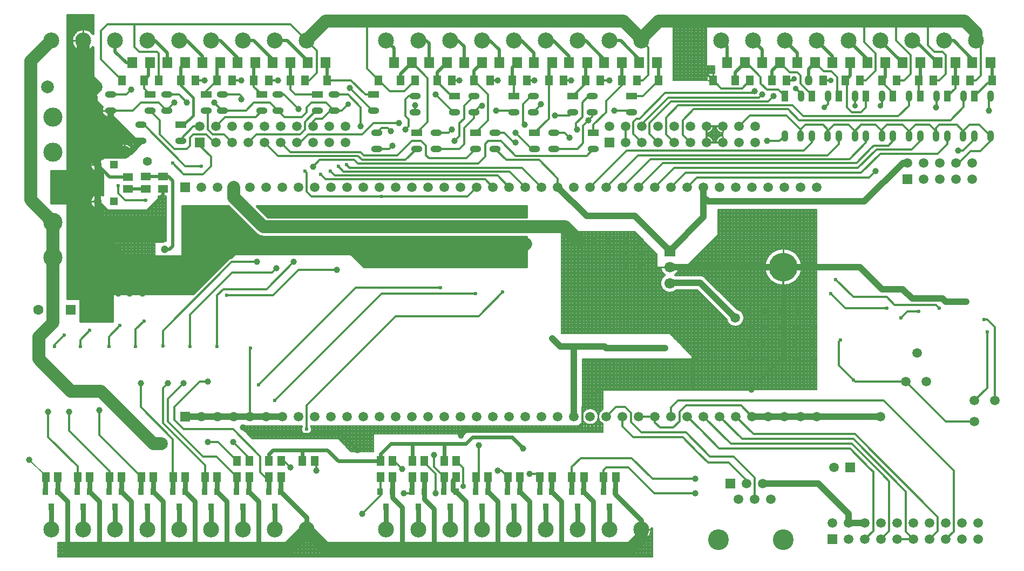
<source format=gbl>
%FSLAX42Y42*%
%MOMM*%
G71*
G01*
G75*
G04 Layer_Physical_Order=2*
%ADD10C,0.20*%
%ADD11O,1.00X1.80*%
%ADD12R,1.00X1.80*%
%ADD13R,3.40X3.00*%
%ADD14R,1.10X1.00*%
%ADD15R,2.20X0.60*%
%ADD16R,1.50X1.30*%
%ADD17R,2.70X3.00*%
%ADD18R,2.60X2.00*%
%ADD19R,1.80X1.00*%
%ADD20O,1.80X1.00*%
%ADD21R,1.30X1.50*%
%ADD22R,1.00X0.85*%
%ADD23R,4.00X3.50*%
%ADD24R,2.00X1.00*%
%ADD25R,7.00X2.80*%
%ADD26R,0.60X1.50*%
%ADD27R,1.80X1.60*%
%ADD28R,2.50X2.70*%
%ADD29R,17.00X11.00*%
%ADD30C,0.25*%
%ADD31C,1.50*%
%ADD32C,2.00*%
%ADD33C,0.30*%
%ADD34C,1.00*%
%ADD35C,0.80*%
%ADD36C,0.40*%
%ADD37C,0.50*%
%ADD38R,3.00X11.50*%
%ADD39R,12.25X11.00*%
%ADD40R,13.50X1.20*%
%ADD41R,3.00X4.40*%
%ADD42R,0.80X4.00*%
%ADD43R,4.55X0.80*%
%ADD44R,7.75X5.25*%
%ADD45R,11.50X1.75*%
%ADD46R,11.75X1.25*%
%ADD47R,2.25X3.90*%
%ADD48R,3.50X23.00*%
%ADD49R,8.25X7.00*%
%ADD50C,4.50*%
%ADD51C,1.50*%
%ADD52R,1.50X1.50*%
%ADD53C,3.25*%
%ADD54C,3.00*%
%ADD55R,1.30X1.30*%
%ADD56C,1.30*%
%ADD57R,1.60X1.60*%
%ADD58C,1.60*%
%ADD59C,2.00*%
%ADD60C,2.50*%
%ADD61R,1.70X1.70*%
%ADD62C,1.70*%
%ADD63C,1.40*%
%ADD64C,1.00*%
%ADD65C,0.60*%
%ADD66C,1.20*%
%ADD67C,0.90*%
%ADD68R,0.85X1.00*%
%ADD69R,1.60X1.80*%
%ADD70R,1.25X1.60*%
%ADD71O,1.25X1.60*%
%ADD72C,0.60*%
D10*
X9955Y-8175D02*
G03*
X9953Y-8150I-155J0D01*
G01*
X9725Y-8311D02*
G03*
X9955Y-8175I75J136D01*
G01*
X4437Y-8281D02*
G03*
X4656Y-8288I113J106D01*
G01*
X10973Y-1846D02*
G03*
X11078Y-1951I105J0D01*
G01*
Y-1995D02*
G03*
X10973Y-2100I0J-105D01*
G01*
X10824Y-1951D02*
G03*
X10929Y-1846I0J105D01*
G01*
Y-2100D02*
G03*
X10824Y-1995I-105J0D01*
G01*
X10334Y-4190D02*
G03*
X10320Y-4181I-84J-118D01*
G01*
X10105Y-4054D02*
G03*
X10180Y-4181I145J0D01*
G01*
G03*
X10353Y-4410I70J-127D01*
G01*
X10320Y-4181D02*
G03*
X10395Y-4054I-70J127D01*
G01*
X11142Y-4872D02*
G03*
X11410Y-4850I133J22D01*
G01*
G03*
X11297Y-4717I-135J0D01*
G01*
X10803Y-4222D02*
G03*
X10725Y-4190I-78J-78D01*
G01*
X10803Y-4222D02*
G03*
X10725Y-4190I-78J-78D01*
G01*
X12313Y-4054D02*
G03*
X12313Y-4054I-285J0D01*
G01*
X1250Y-3137D02*
G03*
X1356Y-3106I25J112D01*
G01*
X4485Y-6553D02*
G03*
X4630Y-6600I65J-47D01*
G01*
G03*
X4615Y-6553I-80J0D01*
G01*
X7150Y-6645D02*
G03*
X7122Y-6650I0J-80D01*
G01*
X7150Y-6645D02*
G03*
X7122Y-6650I0J-80D01*
G01*
X7803D02*
G03*
X7775Y-6645I-28J-75D01*
G01*
X7803Y-6650D02*
G03*
X7775Y-6645I-28J-75D01*
G01*
X9125Y-6400D02*
G03*
X9125Y-6400I-125J0D01*
G01*
X9200Y-6287D02*
G03*
X9200Y-6513I54J-113D01*
G01*
X9953Y-8150D02*
X9975D01*
X9953Y-8150D02*
X9975D01*
X9955Y-8170D02*
X9975D01*
X9954Y-8190D02*
X9975D01*
X9951Y-8210D02*
X9975D01*
X9945Y-8230D02*
X9975D01*
X9936Y-8250D02*
X9975D01*
Y-8600D02*
Y-8150D01*
X9970Y-8600D02*
Y-8150D01*
X9922Y-8270D02*
X9975D01*
X9904Y-8290D02*
X9975D01*
X9950Y-8600D02*
Y-8214D01*
X9930Y-8600D02*
Y-8259D01*
X9910Y-8600D02*
Y-8284D01*
X9890Y-8600D02*
Y-8301D01*
X9876Y-8310D02*
X9975D01*
X9725Y-8330D02*
X9975D01*
X9725Y-8350D02*
X9975D01*
X9725Y-8370D02*
X9975D01*
X9725Y-8375D02*
Y-8311D01*
X9870Y-8600D02*
Y-8313D01*
X9850Y-8600D02*
Y-8322D01*
X9830Y-8600D02*
Y-8327D01*
X9810Y-8600D02*
Y-8330D01*
X9750Y-8600D02*
Y-8322D01*
X9730Y-8600D02*
Y-8313D01*
X9790Y-8600D02*
Y-8330D01*
X9770Y-8600D02*
Y-8327D01*
X9710Y-8600D02*
Y-8375D01*
X9690Y-8600D02*
Y-8375D01*
X9670Y-8600D02*
Y-8375D01*
X9650Y-8600D02*
Y-8375D01*
X9630Y-8600D02*
Y-8375D01*
X9610Y-8600D02*
Y-8375D01*
X9590Y-8600D02*
Y-8375D01*
X9570Y-8600D02*
Y-8375D01*
X9550Y-8600D02*
Y-8375D01*
X9530Y-8600D02*
Y-8375D01*
X9510Y-8600D02*
Y-8375D01*
X9490Y-8600D02*
Y-8375D01*
X9470Y-8600D02*
Y-8375D01*
X9450Y-8600D02*
Y-8375D01*
X9430Y-8600D02*
Y-8375D01*
X9410Y-8600D02*
Y-8375D01*
X9390Y-8600D02*
Y-8375D01*
X9370Y-8600D02*
Y-8375D01*
X9350Y-8600D02*
Y-8375D01*
X9330Y-8600D02*
Y-8375D01*
X9310Y-8600D02*
Y-8375D01*
X9290Y-8600D02*
Y-8375D01*
X9270Y-8600D02*
Y-8375D01*
X9250Y-8600D02*
Y-8375D01*
X9230Y-8600D02*
Y-8375D01*
X9210Y-8600D02*
Y-8375D01*
X9190Y-8600D02*
Y-8375D01*
X9170Y-8600D02*
Y-8375D01*
X9150Y-8600D02*
Y-8375D01*
X9130Y-8600D02*
Y-8375D01*
X9110Y-8600D02*
Y-8375D01*
X9090Y-8600D02*
Y-8375D01*
X9070Y-8600D02*
Y-8375D01*
X9050Y-8600D02*
Y-8375D01*
X9030Y-8600D02*
Y-8375D01*
X9010Y-8600D02*
Y-8375D01*
X8990Y-8600D02*
Y-8375D01*
X8970Y-8600D02*
Y-8375D01*
X8950Y-8600D02*
Y-8375D01*
X8930Y-8600D02*
Y-8375D01*
X8910Y-8600D02*
Y-8375D01*
X8890Y-8600D02*
Y-8375D01*
X8870Y-8600D02*
Y-8375D01*
X8850Y-8600D02*
Y-8375D01*
X8830Y-8600D02*
Y-8375D01*
X8810Y-8600D02*
Y-8375D01*
X8790Y-8600D02*
Y-8375D01*
X8770Y-8600D02*
Y-8375D01*
X8750Y-8600D02*
Y-8375D01*
X8730Y-8600D02*
Y-8375D01*
X8710Y-8600D02*
Y-8375D01*
X8690Y-8600D02*
Y-8375D01*
X8670Y-8600D02*
Y-8375D01*
X8650Y-8600D02*
Y-8375D01*
X8630Y-8600D02*
Y-8375D01*
X8610Y-8600D02*
Y-8375D01*
X8590Y-8600D02*
Y-8375D01*
X8570Y-8600D02*
Y-8375D01*
X8550Y-8600D02*
Y-8375D01*
X8530Y-8600D02*
Y-8375D01*
X8510Y-8600D02*
Y-8375D01*
X8490Y-8600D02*
Y-8375D01*
X8470Y-8600D02*
Y-8375D01*
X8450Y-8600D02*
Y-8375D01*
X8430Y-8600D02*
Y-8375D01*
X8410Y-8600D02*
Y-8375D01*
X8390Y-8600D02*
Y-8375D01*
X8370Y-8600D02*
Y-8375D01*
X8350Y-8600D02*
Y-8375D01*
X8330Y-8600D02*
Y-8375D01*
X8310Y-8600D02*
Y-8375D01*
X8290Y-8600D02*
Y-8375D01*
X8270Y-8600D02*
Y-8375D01*
X8250Y-8600D02*
Y-8375D01*
X8230Y-8600D02*
Y-8375D01*
X8210Y-8600D02*
Y-8375D01*
X8190Y-8600D02*
Y-8375D01*
X8170Y-8600D02*
Y-8375D01*
X8150Y-8600D02*
Y-8375D01*
X8130Y-8600D02*
Y-8375D01*
X8110Y-8600D02*
Y-8375D01*
X8090Y-8600D02*
Y-8375D01*
X8070Y-8600D02*
Y-8375D01*
X8050Y-8600D02*
Y-8375D01*
X8030Y-8600D02*
Y-8375D01*
X8010Y-8600D02*
Y-8375D01*
X7990Y-8600D02*
Y-8375D01*
X7970Y-8600D02*
Y-8375D01*
X7950Y-8600D02*
Y-8375D01*
X7930Y-8600D02*
Y-8375D01*
X7910Y-8600D02*
Y-8375D01*
X7890Y-8600D02*
Y-8375D01*
X7870Y-8600D02*
Y-8375D01*
X7850Y-8600D02*
Y-8375D01*
X7830Y-8600D02*
Y-8375D01*
X7810Y-8600D02*
Y-8375D01*
X7790Y-8600D02*
Y-8375D01*
X7770Y-8600D02*
Y-8375D01*
X7750Y-8600D02*
Y-8375D01*
X7730Y-8600D02*
Y-8375D01*
X7710Y-8600D02*
Y-8375D01*
X7690Y-8600D02*
Y-8375D01*
X7670Y-8600D02*
Y-8375D01*
X7650Y-8600D02*
Y-8375D01*
X7630Y-8600D02*
Y-8375D01*
X7610Y-8600D02*
Y-8375D01*
X7590Y-8600D02*
Y-8375D01*
X7570Y-8600D02*
Y-8375D01*
X7550Y-8600D02*
Y-8375D01*
X7530Y-8600D02*
Y-8375D01*
X7510Y-8600D02*
Y-8375D01*
X7490Y-8600D02*
Y-8375D01*
X7470Y-8600D02*
Y-8375D01*
X7450Y-8600D02*
Y-8375D01*
X7430Y-8600D02*
Y-8375D01*
X7410Y-8600D02*
Y-8375D01*
X7390Y-8600D02*
Y-8375D01*
X7370Y-8600D02*
Y-8375D01*
X7350Y-8600D02*
Y-8375D01*
X7330Y-8600D02*
Y-8375D01*
X7310Y-8600D02*
Y-8375D01*
X7290Y-8600D02*
Y-8375D01*
X7270Y-8600D02*
Y-8375D01*
X7250Y-8600D02*
Y-8375D01*
X7230Y-8600D02*
Y-8375D01*
X7210Y-8600D02*
Y-8375D01*
X7190Y-8600D02*
Y-8375D01*
X7170Y-8600D02*
Y-8375D01*
X7150Y-8600D02*
Y-8375D01*
X7130Y-8600D02*
Y-8375D01*
X7110Y-8600D02*
Y-8375D01*
X7090Y-8600D02*
Y-8375D01*
X7070Y-8600D02*
Y-8375D01*
X7050Y-8600D02*
Y-8375D01*
X7030Y-8600D02*
Y-8375D01*
X7010Y-8600D02*
Y-8375D01*
X6990Y-8600D02*
Y-8375D01*
X6970Y-8600D02*
Y-8375D01*
X6950Y-8600D02*
Y-8375D01*
X6930Y-8600D02*
Y-8375D01*
X6910Y-8600D02*
Y-8375D01*
X6890Y-8600D02*
Y-8375D01*
X6870Y-8600D02*
Y-8375D01*
X6850Y-8600D02*
Y-8375D01*
X6830Y-8600D02*
Y-8375D01*
X6810Y-8600D02*
Y-8375D01*
X6790Y-8600D02*
Y-8375D01*
X6770Y-8600D02*
Y-8375D01*
X6750Y-8600D02*
Y-8375D01*
X6730Y-8600D02*
Y-8375D01*
X6710Y-8600D02*
Y-8375D01*
X6690Y-8600D02*
Y-8375D01*
X6670Y-8600D02*
Y-8375D01*
X6650Y-8600D02*
Y-8375D01*
X6630Y-8600D02*
Y-8375D01*
X6610Y-8600D02*
Y-8375D01*
X6590Y-8600D02*
Y-8375D01*
X6570Y-8600D02*
Y-8375D01*
X6550Y-8600D02*
Y-8375D01*
X6530Y-8600D02*
Y-8375D01*
X6510Y-8600D02*
Y-8375D01*
X6490Y-8600D02*
Y-8375D01*
X6470Y-8600D02*
Y-8375D01*
X6450Y-8600D02*
Y-8375D01*
X6430Y-8600D02*
Y-8375D01*
X6410Y-8600D02*
Y-8375D01*
X6390Y-8600D02*
Y-8375D01*
X6370Y-8600D02*
Y-8375D01*
X6350Y-8600D02*
Y-8375D01*
X6330Y-8600D02*
Y-8375D01*
X6310Y-8600D02*
Y-8375D01*
X6290Y-8600D02*
Y-8375D01*
X6270Y-8600D02*
Y-8375D01*
X6250Y-8600D02*
Y-8375D01*
X6230Y-8600D02*
Y-8375D01*
X6210Y-8600D02*
Y-8375D01*
X6190Y-8600D02*
Y-8375D01*
X6170Y-8600D02*
Y-8375D01*
X6150Y-8600D02*
Y-8375D01*
X6130Y-8600D02*
Y-8375D01*
X6110Y-8600D02*
Y-8375D01*
X6090Y-8600D02*
Y-8375D01*
X6070Y-8600D02*
Y-8375D01*
X6050Y-8600D02*
Y-8375D01*
X6030Y-8600D02*
Y-8375D01*
X6010Y-8600D02*
Y-8375D01*
X5990Y-8600D02*
Y-8375D01*
X5970Y-8600D02*
Y-8375D01*
X5950Y-8600D02*
Y-8375D01*
X5930Y-8600D02*
Y-8375D01*
X5910Y-8600D02*
Y-8375D01*
X5890Y-8600D02*
Y-8375D01*
X5870Y-8600D02*
Y-8375D01*
X5850Y-8600D02*
Y-8375D01*
X5830Y-8600D02*
Y-8375D01*
X5810Y-8600D02*
Y-8375D01*
X5790Y-8600D02*
Y-8375D01*
X5770Y-8600D02*
Y-8375D01*
X5750Y-8600D02*
Y-8375D01*
X5730Y-8600D02*
Y-8375D01*
X5710Y-8600D02*
Y-8375D01*
X5690Y-8600D02*
Y-8375D01*
X5670Y-8600D02*
Y-8375D01*
X5650Y-8600D02*
Y-8375D01*
X5630Y-8600D02*
Y-8375D01*
X5610Y-8600D02*
Y-8375D01*
X5590Y-8600D02*
Y-8375D01*
X5570Y-8600D02*
Y-8375D01*
X5550Y-8600D02*
Y-8375D01*
X5530Y-8600D02*
Y-8375D01*
X5510Y-8600D02*
Y-8375D01*
X5490Y-8600D02*
Y-8375D01*
X5470Y-8600D02*
Y-8375D01*
X5450Y-8600D02*
Y-8375D01*
X5430Y-8600D02*
Y-8375D01*
X5410Y-8600D02*
Y-8375D01*
X5390Y-8600D02*
Y-8375D01*
X5370Y-8600D02*
Y-8375D01*
X5350Y-8600D02*
Y-8375D01*
X5330Y-8600D02*
Y-8375D01*
X5310Y-8600D02*
Y-8375D01*
X5290Y-8600D02*
Y-8375D01*
X5270Y-8600D02*
Y-8375D01*
X5250Y-8600D02*
Y-8375D01*
X4744D02*
X9725D01*
X5230Y-8600D02*
Y-8375D01*
X5210Y-8600D02*
Y-8375D01*
X4656Y-8288D02*
X4744Y-8375D01*
X4626Y-8310D02*
X4679D01*
X5190Y-8600D02*
Y-8375D01*
X5170Y-8600D02*
Y-8375D01*
X4710Y-8600D02*
Y-8341D01*
X4690Y-8600D02*
Y-8321D01*
X5150Y-8600D02*
Y-8375D01*
X4730Y-8600D02*
Y-8361D01*
X4670Y-8600D02*
Y-8301D01*
X4650Y-8600D02*
Y-8293D01*
X4630Y-8600D02*
Y-8308D01*
X4610Y-8600D02*
Y-8318D01*
X4590Y-8600D02*
Y-8325D01*
X4389Y-8330D02*
X4699D01*
X4369Y-8350D02*
X4719D01*
X4344Y-8375D02*
X4437Y-8281D01*
X4429Y-8290D02*
X4446D01*
X4409Y-8310D02*
X4474D01*
X4570Y-8600D02*
Y-8329D01*
X4510Y-8600D02*
Y-8325D01*
X4550Y-8600D02*
Y-8330D01*
X4530Y-8600D02*
Y-8329D01*
X4450Y-8600D02*
Y-8293D01*
X4430Y-8600D02*
Y-8289D01*
X4490Y-8600D02*
Y-8318D01*
X4470Y-8600D02*
Y-8308D01*
X5130Y-8600D02*
Y-8375D01*
X5110Y-8600D02*
Y-8375D01*
X5090Y-8600D02*
Y-8375D01*
X5070Y-8600D02*
Y-8375D01*
X5050Y-8600D02*
Y-8375D01*
X5030Y-8600D02*
Y-8375D01*
X5010Y-8600D02*
Y-8375D01*
X4990Y-8600D02*
Y-8375D01*
X4970Y-8600D02*
Y-8375D01*
X4950Y-8600D02*
Y-8375D01*
X4930Y-8600D02*
Y-8375D01*
X4910Y-8600D02*
Y-8375D01*
X4890Y-8600D02*
Y-8375D01*
X4870Y-8600D02*
Y-8375D01*
X4850Y-8600D02*
Y-8375D01*
X4830Y-8600D02*
Y-8375D01*
X650Y-8390D02*
X9975D01*
X650Y-8410D02*
X9975D01*
X650Y-8430D02*
X9975D01*
X650Y-8450D02*
X9975D01*
X4349Y-8370D02*
X4739D01*
X650Y-8470D02*
X9975D01*
X650Y-8490D02*
X9975D01*
X650Y-8510D02*
X9975D01*
X650Y-8530D02*
X9975D01*
X650Y-8550D02*
X9975D01*
X650Y-8570D02*
X9975D01*
X650Y-8590D02*
X9975D01*
X4810Y-8600D02*
Y-8375D01*
X4790Y-8600D02*
Y-8375D01*
X4770Y-8600D02*
Y-8375D01*
X4750Y-8600D02*
Y-8375D01*
X4410Y-8600D02*
Y-8309D01*
X4390Y-8600D02*
Y-8329D01*
X4370Y-8600D02*
Y-8349D01*
X4350Y-8600D02*
Y-8369D01*
X4330Y-8600D02*
Y-8375D01*
X4310Y-8600D02*
Y-8375D01*
X4290Y-8600D02*
Y-8375D01*
X4270Y-8600D02*
Y-8375D01*
X4250Y-8600D02*
Y-8375D01*
X4230Y-8600D02*
Y-8375D01*
X4210Y-8600D02*
Y-8375D01*
X4190Y-8600D02*
Y-8375D01*
X4170Y-8600D02*
Y-8375D01*
X4150Y-8600D02*
Y-8375D01*
X4130Y-8600D02*
Y-8375D01*
X4110Y-8600D02*
Y-8375D01*
X4090Y-8600D02*
Y-8375D01*
X650D02*
X4344D01*
X4070Y-8600D02*
Y-8375D01*
X4050Y-8600D02*
Y-8375D01*
X4030Y-8600D02*
Y-8375D01*
X4010Y-8600D02*
Y-8375D01*
X3990Y-8600D02*
Y-8375D01*
X3970Y-8600D02*
Y-8375D01*
X3950Y-8600D02*
Y-8375D01*
X3930Y-8600D02*
Y-8375D01*
X3910Y-8600D02*
Y-8375D01*
X3890Y-8600D02*
Y-8375D01*
X3870Y-8600D02*
Y-8375D01*
X3850Y-8600D02*
Y-8375D01*
X3830Y-8600D02*
Y-8375D01*
X3810Y-8600D02*
Y-8375D01*
X3790Y-8600D02*
Y-8375D01*
X3770Y-8600D02*
Y-8375D01*
X3750Y-8600D02*
Y-8375D01*
X3730Y-8600D02*
Y-8375D01*
X3710Y-8600D02*
Y-8375D01*
X3690Y-8600D02*
Y-8375D01*
X3670Y-8600D02*
Y-8375D01*
X3650Y-8600D02*
Y-8375D01*
X3630Y-8600D02*
Y-8375D01*
X3610Y-8600D02*
Y-8375D01*
X3590Y-8600D02*
Y-8375D01*
X3570Y-8600D02*
Y-8375D01*
X3550Y-8600D02*
Y-8375D01*
X3530Y-8600D02*
Y-8375D01*
X3510Y-8600D02*
Y-8375D01*
X3490Y-8600D02*
Y-8375D01*
X3470Y-8600D02*
Y-8375D01*
X3450Y-8600D02*
Y-8375D01*
X3430Y-8600D02*
Y-8375D01*
X3410Y-8600D02*
Y-8375D01*
X3390Y-8600D02*
Y-8375D01*
X3370Y-8600D02*
Y-8375D01*
X3350Y-8600D02*
Y-8375D01*
X3330Y-8600D02*
Y-8375D01*
X3310Y-8600D02*
Y-8375D01*
X3290Y-8600D02*
Y-8375D01*
X3270Y-8600D02*
Y-8375D01*
X3250Y-8600D02*
Y-8375D01*
X3230Y-8600D02*
Y-8375D01*
X3210Y-8600D02*
Y-8375D01*
X3190Y-8600D02*
Y-8375D01*
X3170Y-8600D02*
Y-8375D01*
X3150Y-8600D02*
Y-8375D01*
X3130Y-8600D02*
Y-8375D01*
X3110Y-8600D02*
Y-8375D01*
X3090Y-8600D02*
Y-8375D01*
X3070Y-8600D02*
Y-8375D01*
X3050Y-8600D02*
Y-8375D01*
X3030Y-8600D02*
Y-8375D01*
X3010Y-8600D02*
Y-8375D01*
X2990Y-8600D02*
Y-8375D01*
X2970Y-8600D02*
Y-8375D01*
X2950Y-8600D02*
Y-8375D01*
X2930Y-8600D02*
Y-8375D01*
X2910Y-8600D02*
Y-8375D01*
X2890Y-8600D02*
Y-8375D01*
X2870Y-8600D02*
Y-8375D01*
X2850Y-8600D02*
Y-8375D01*
X2830Y-8600D02*
Y-8375D01*
X2810Y-8600D02*
Y-8375D01*
X2790Y-8600D02*
Y-8375D01*
X2770Y-8600D02*
Y-8375D01*
X2750Y-8600D02*
Y-8375D01*
X2730Y-8600D02*
Y-8375D01*
X2710Y-8600D02*
Y-8375D01*
X2690Y-8600D02*
Y-8375D01*
X2670Y-8600D02*
Y-8375D01*
X2650Y-8600D02*
Y-8375D01*
X2630Y-8600D02*
Y-8375D01*
X2610Y-8600D02*
Y-8375D01*
X2590Y-8600D02*
Y-8375D01*
X2570Y-8600D02*
Y-8375D01*
X2550Y-8600D02*
Y-8375D01*
X2530Y-8600D02*
Y-8375D01*
X2510Y-8600D02*
Y-8375D01*
X2490Y-8600D02*
Y-8375D01*
X2470Y-8600D02*
Y-8375D01*
X2450Y-8600D02*
Y-8375D01*
X2430Y-8600D02*
Y-8375D01*
X2410Y-8600D02*
Y-8375D01*
X2390Y-8600D02*
Y-8375D01*
X2370Y-8600D02*
Y-8375D01*
X2350Y-8600D02*
Y-8375D01*
X2330Y-8600D02*
Y-8375D01*
X2310Y-8600D02*
Y-8375D01*
X2290Y-8600D02*
Y-8375D01*
X2270Y-8600D02*
Y-8375D01*
X2250Y-8600D02*
Y-8375D01*
X2230Y-8600D02*
Y-8375D01*
X2210Y-8600D02*
Y-8375D01*
X2190Y-8600D02*
Y-8375D01*
X2170Y-8600D02*
Y-8375D01*
X2150Y-8600D02*
Y-8375D01*
X2130Y-8600D02*
Y-8375D01*
X2110Y-8600D02*
Y-8375D01*
X2090Y-8600D02*
Y-8375D01*
X2070Y-8600D02*
Y-8375D01*
X2050Y-8600D02*
Y-8375D01*
X2030Y-8600D02*
Y-8375D01*
X2010Y-8600D02*
Y-8375D01*
X1990Y-8600D02*
Y-8375D01*
X650Y-8600D02*
X9975D01*
X1970D02*
Y-8375D01*
X1950Y-8600D02*
Y-8375D01*
X1930Y-8600D02*
Y-8375D01*
X1910Y-8600D02*
Y-8375D01*
X1890Y-8600D02*
Y-8375D01*
X1870Y-8600D02*
Y-8375D01*
X1850Y-8600D02*
Y-8375D01*
X1830Y-8600D02*
Y-8375D01*
X1810Y-8600D02*
Y-8375D01*
X1790Y-8600D02*
Y-8375D01*
X1770Y-8600D02*
Y-8375D01*
X1750Y-8600D02*
Y-8375D01*
X1730Y-8600D02*
Y-8375D01*
X1710Y-8600D02*
Y-8375D01*
X1690Y-8600D02*
Y-8375D01*
X1670Y-8600D02*
Y-8375D01*
X1650Y-8600D02*
Y-8375D01*
X1630Y-8600D02*
Y-8375D01*
X1610Y-8600D02*
Y-8375D01*
X1590Y-8600D02*
Y-8375D01*
X1570Y-8600D02*
Y-8375D01*
X1550Y-8600D02*
Y-8375D01*
X1530Y-8600D02*
Y-8375D01*
X1510Y-8600D02*
Y-8375D01*
X1490Y-8600D02*
Y-8375D01*
X1470Y-8600D02*
Y-8375D01*
X1450Y-8600D02*
Y-8375D01*
X1430Y-8600D02*
Y-8375D01*
X1410Y-8600D02*
Y-8375D01*
X1390Y-8600D02*
Y-8375D01*
X1370Y-8600D02*
Y-8375D01*
X1350Y-8600D02*
Y-8375D01*
X1330Y-8600D02*
Y-8375D01*
X1310Y-8600D02*
Y-8375D01*
X1290Y-8600D02*
Y-8375D01*
X1270Y-8600D02*
Y-8375D01*
X1250Y-8600D02*
Y-8375D01*
X1230Y-8600D02*
Y-8375D01*
X1210Y-8600D02*
Y-8375D01*
X1190Y-8600D02*
Y-8375D01*
X1170Y-8600D02*
Y-8375D01*
X1150Y-8600D02*
Y-8375D01*
X1130Y-8600D02*
Y-8375D01*
X1110Y-8600D02*
Y-8375D01*
X1090Y-8600D02*
Y-8375D01*
X1070Y-8600D02*
Y-8375D01*
X1050Y-8600D02*
Y-8375D01*
X1030Y-8600D02*
Y-8375D01*
X1010Y-8600D02*
Y-8375D01*
X990Y-8600D02*
Y-8375D01*
X970Y-8600D02*
Y-8375D01*
X950Y-8600D02*
Y-8375D01*
X930Y-8600D02*
Y-8375D01*
X910Y-8600D02*
Y-8375D01*
X890Y-8600D02*
Y-8375D01*
X870Y-8600D02*
Y-8375D01*
X850Y-8600D02*
Y-8375D01*
X830Y-8600D02*
Y-8375D01*
X810Y-8600D02*
Y-8375D01*
X790Y-8600D02*
Y-8375D01*
X770Y-8600D02*
Y-8375D01*
X750Y-8600D02*
Y-8375D01*
X730Y-8600D02*
Y-8375D01*
X710Y-8600D02*
Y-8375D01*
X690Y-8600D02*
Y-8375D01*
X670Y-8600D02*
Y-8375D01*
X650Y-8600D02*
Y-8375D01*
X460Y-7350D02*
Y-7335D01*
X455Y-7355D02*
X460Y-7350D01*
X200Y-7075D02*
X460Y-7335D01*
X10950Y-1015D02*
Y-900D01*
X10950Y-1015D02*
Y-900D01*
X10930Y-1015D02*
Y-900D01*
X10825D02*
X10950D01*
X10910Y-1015D02*
Y-900D01*
X10890Y-1015D02*
Y-900D01*
X10870Y-1015D02*
Y-900D01*
X10850Y-1015D02*
Y-900D01*
X10838Y-1015D02*
X10950D01*
X10838Y-1125D02*
Y-1015D01*
X10825Y-900D02*
Y-150D01*
X10810Y-1125D02*
Y-150D01*
X10790Y-1125D02*
Y-150D01*
X10300Y-790D02*
X10825D01*
X10300Y-810D02*
X10825D01*
X10770Y-1125D02*
Y-150D01*
X10300Y-830D02*
X10825D01*
X10300Y-850D02*
X10825D01*
X10830Y-1125D02*
Y-900D01*
X10300Y-870D02*
X10825D01*
X10300Y-890D02*
X10825D01*
X10750Y-1125D02*
Y-150D01*
X10730Y-1125D02*
Y-150D01*
X10710Y-1125D02*
Y-150D01*
X10690Y-1125D02*
Y-150D01*
X10670Y-1125D02*
Y-150D01*
X10650Y-1125D02*
Y-150D01*
X10630Y-1125D02*
Y-150D01*
X10610Y-1125D02*
Y-150D01*
X10590Y-1125D02*
Y-150D01*
X10570Y-1125D02*
Y-150D01*
X10550Y-1125D02*
Y-150D01*
X10530Y-1125D02*
Y-150D01*
X10510Y-1125D02*
Y-150D01*
X10490Y-1125D02*
Y-150D01*
X10470Y-1125D02*
Y-150D01*
X10450Y-1125D02*
Y-150D01*
X10430Y-1125D02*
Y-150D01*
X10410Y-1125D02*
Y-150D01*
X10390Y-1125D02*
Y-150D01*
X10370Y-1125D02*
Y-150D01*
X10350Y-1125D02*
Y-150D01*
X10330Y-1125D02*
Y-150D01*
X10310Y-1125D02*
Y-150D01*
X10300Y-150D02*
X10825D01*
X10300Y-150D02*
X10825D01*
X10300Y-170D02*
X10825D01*
X10300Y-190D02*
X10825D01*
X10300Y-210D02*
X10825D01*
X10300Y-230D02*
X10825D01*
X10300Y-250D02*
X10825D01*
X10300Y-270D02*
X10825D01*
X10300Y-290D02*
X10825D01*
X10300Y-310D02*
X10825D01*
X10300Y-330D02*
X10825D01*
X10300Y-350D02*
X10825D01*
X10300Y-370D02*
X10825D01*
X10300Y-390D02*
X10825D01*
X10300Y-410D02*
X10825D01*
X10300Y-430D02*
X10825D01*
X10300Y-450D02*
X10825D01*
X10300Y-470D02*
X10825D01*
X10300Y-490D02*
X10825D01*
X10300Y-510D02*
X10825D01*
X10300Y-530D02*
X10825D01*
X10300Y-550D02*
X10825D01*
X10300Y-570D02*
X10825D01*
X10300Y-910D02*
X10950D01*
X10300Y-930D02*
X10950D01*
X10300Y-950D02*
X10950D01*
X10300Y-970D02*
X10950D01*
X10300Y-990D02*
X10950D01*
X10300Y-1010D02*
X10950D01*
X10300Y-1030D02*
X10838D01*
X10300Y-1050D02*
X10838D01*
X10300Y-1070D02*
X10838D01*
X10300Y-1090D02*
X10838D01*
X10300Y-1110D02*
X10838D01*
X10300Y-1125D02*
X10838D01*
X10300Y-590D02*
X10825D01*
X10300Y-610D02*
X10825D01*
X10300Y-1125D02*
Y-150D01*
Y-630D02*
X10825D01*
X10300Y-650D02*
X10825D01*
X10300Y-670D02*
X10825D01*
X10300Y-690D02*
X10825D01*
X10300Y-710D02*
X10825D01*
X10300Y-730D02*
X10825D01*
X10300Y-750D02*
X10825D01*
X10300Y-770D02*
X10825D01*
X11078Y-1995D02*
Y-1951D01*
X11070Y-1995D02*
Y-1951D01*
X11050Y-1999D02*
Y-1947D01*
X10929Y-1846D02*
X10973D01*
X10929Y-1850D02*
X10973D01*
X10919Y-1890D02*
X10983D01*
X11030Y-2007D02*
Y-1939D01*
X11010Y-2020D02*
Y-1926D01*
X10990Y-2043D02*
Y-1903D01*
X10925Y-2070D02*
X10977D01*
X10970Y-2100D02*
Y-1846D01*
X10950Y-2100D02*
Y-1846D01*
X10930Y-2100D02*
Y-1846D01*
X10929Y-2090D02*
X10973D01*
X10929Y-2100D02*
X10973D01*
X10926Y-1870D02*
X10976D01*
X10907Y-1910D02*
X10995D01*
X10887Y-1930D02*
X11015D01*
X10838Y-1950D02*
X11064D01*
X10824Y-1970D02*
X11078D01*
X10824Y-1990D02*
X11078D01*
X10830Y-1995D02*
Y-1951D01*
X10824Y-1995D02*
Y-1951D01*
X10878Y-2010D02*
X11024D01*
X10902Y-2030D02*
X11000D01*
X10916Y-2050D02*
X10986D01*
X10890Y-2018D02*
Y-1928D01*
X10910Y-2040D02*
Y-1906D01*
X10870Y-2006D02*
Y-1940D01*
X10850Y-1998D02*
Y-1948D01*
X645Y-7580D02*
X650Y-7575D01*
X8550Y-5100D02*
Y-3500D01*
X8570Y-5100D02*
Y-3500D01*
X8590Y-5100D02*
Y-3500D01*
X8610Y-5100D02*
Y-3500D01*
X8630Y-5100D02*
Y-3500D01*
X8650Y-5100D02*
Y-3500D01*
X8670Y-5100D02*
Y-3500D01*
X8690Y-5100D02*
Y-3500D01*
X8710Y-5100D02*
Y-3500D01*
X8730Y-5100D02*
Y-3500D01*
X8750Y-5100D02*
Y-3500D01*
X8770Y-5100D02*
Y-3500D01*
X8790Y-5100D02*
Y-3500D01*
X8810Y-5100D02*
Y-3500D01*
X8830Y-5100D02*
Y-3500D01*
X8850Y-5100D02*
Y-3500D01*
X8870Y-5100D02*
Y-3500D01*
X8890Y-5100D02*
Y-3500D01*
X8910Y-5100D02*
Y-3500D01*
X8930Y-5100D02*
Y-3500D01*
X8950Y-5100D02*
Y-3500D01*
X9750Y-5100D02*
Y-3550D01*
X9770Y-5100D02*
Y-3570D01*
X8970Y-5100D02*
Y-3500D01*
X9710Y-5100D02*
Y-3510D01*
X9730Y-5100D02*
Y-3530D01*
X9830Y-5100D02*
Y-3630D01*
X9850Y-5100D02*
Y-3650D01*
X9790Y-5100D02*
Y-3590D01*
X9810Y-5100D02*
Y-3610D01*
X9930Y-5100D02*
Y-3730D01*
X9950Y-5100D02*
Y-3750D01*
X9870Y-5100D02*
Y-3670D01*
X9890Y-5100D02*
Y-3690D01*
X9910Y-5100D02*
Y-3710D01*
X8990Y-5100D02*
Y-3500D01*
X9010Y-5100D02*
Y-3500D01*
X9030Y-5100D02*
Y-3500D01*
X9050Y-5100D02*
Y-3500D01*
X9070Y-5100D02*
Y-3500D01*
X9090Y-5100D02*
Y-3500D01*
X9110Y-5100D02*
Y-3500D01*
X9130Y-5100D02*
Y-3500D01*
X9150Y-5100D02*
Y-3500D01*
X9170Y-5100D02*
Y-3500D01*
X9190Y-5100D02*
Y-3500D01*
X9210Y-5100D02*
Y-3500D01*
X9230Y-5100D02*
Y-3500D01*
X9250Y-5100D02*
Y-3500D01*
X9270Y-5100D02*
Y-3500D01*
X9290Y-5100D02*
Y-3500D01*
X9310Y-5100D02*
Y-3500D01*
X9330Y-5100D02*
Y-3500D01*
X9350Y-5100D02*
Y-3500D01*
X9370Y-5100D02*
Y-3500D01*
X9390Y-5100D02*
Y-3500D01*
X9410Y-5100D02*
Y-3500D01*
X9430Y-5100D02*
Y-3500D01*
X9450Y-5100D02*
Y-3500D01*
X9470Y-5100D02*
Y-3500D01*
X9490Y-5100D02*
Y-3500D01*
X9510Y-5100D02*
Y-3500D01*
X9530Y-5100D02*
Y-3500D01*
X9550Y-5100D02*
Y-3500D01*
X9570Y-5100D02*
Y-3500D01*
X9590Y-5100D02*
Y-3500D01*
X9610Y-5100D02*
Y-3500D01*
X9630Y-5100D02*
Y-3500D01*
X9650Y-5100D02*
Y-3500D01*
X9670Y-5100D02*
Y-3500D01*
X9690Y-5100D02*
Y-3500D01*
X10600Y-5975D02*
X12550D01*
X10600Y-5970D02*
X12550D01*
X10600Y-5950D02*
X12550D01*
X10600Y-5930D02*
X12550D01*
X10600Y-5910D02*
X12550D01*
X10600Y-5890D02*
X12550D01*
X10600Y-5870D02*
X12550D01*
X10600Y-5850D02*
X12550D01*
X10600Y-5830D02*
X12550D01*
X10600Y-5810D02*
X12550D01*
X10580Y-5430D02*
X12550D01*
X10600Y-5790D02*
X12550D01*
X10540Y-5390D02*
X12550D01*
X10560Y-5410D02*
X12550D01*
X10480Y-5330D02*
X12550D01*
X10520Y-5370D02*
X12550D01*
X10500Y-5350D02*
X12550D01*
X10600Y-5770D02*
X12550D01*
X10600Y-5750D02*
X12550D01*
X10600Y-5730D02*
X12550D01*
X10600Y-5975D02*
Y-5450D01*
Y-5710D02*
X12550D01*
X10600Y-5690D02*
X12550D01*
X10600Y-5670D02*
X12550D01*
X10600Y-5650D02*
X12550D01*
X10600Y-5630D02*
X12550D01*
X10600Y-5610D02*
X12550D01*
X10600Y-5590D02*
X12550D01*
X10600Y-5570D02*
X12550D01*
X10600Y-5550D02*
X12550D01*
X10600Y-5530D02*
X12550D01*
X10600Y-5510D02*
X12550D01*
X10600Y-5490D02*
X12550D01*
X10600Y-5470D02*
X12550D01*
X10600Y-5450D02*
X12550D01*
X10310Y-5160D02*
Y-4440D01*
X10330Y-5180D02*
Y-4429D01*
X10350Y-5200D02*
Y-4413D01*
X10370Y-5220D02*
Y-4410D01*
X10340Y-5190D02*
X12550D01*
X10360Y-5210D02*
X12550D01*
X10250Y-5100D02*
X10600Y-5450D01*
X10320Y-5170D02*
X12550D01*
X10300Y-5150D02*
X12550D01*
X10010Y-5100D02*
Y-3810D01*
X10030Y-5100D02*
Y-3830D01*
X9970Y-5100D02*
Y-3770D01*
X9990Y-5100D02*
Y-3790D01*
X10260Y-5110D02*
X12550D01*
X10280Y-5130D02*
X12550D01*
X8550Y-5100D02*
X10250D01*
X10290Y-5140D02*
Y-4447D01*
X10270Y-5120D02*
Y-4452D01*
X10470Y-5320D02*
Y-4410D01*
X10490Y-5340D02*
Y-4410D01*
X10510Y-5360D02*
Y-4410D01*
X10530Y-5380D02*
Y-4410D01*
X10550Y-5400D02*
Y-4410D01*
X10570Y-5420D02*
Y-4410D01*
X10590Y-5440D02*
Y-4410D01*
X10610Y-5975D02*
Y-4410D01*
X10630Y-5975D02*
Y-4410D01*
X10390Y-5240D02*
Y-4410D01*
X10410Y-5260D02*
Y-4410D01*
X10430Y-5280D02*
Y-4410D01*
X10450Y-5300D02*
Y-4410D01*
X10440Y-5290D02*
X12550D01*
X10460Y-5310D02*
X12550D01*
X10380Y-5230D02*
X12550D01*
X10420Y-5270D02*
X12550D01*
X10400Y-5250D02*
X12550D01*
X8550Y-4370D02*
X10119D01*
X8550Y-4350D02*
X10111D01*
X8550Y-4330D02*
X10107D01*
X8550Y-4310D02*
X10105D01*
X8550Y-4450D02*
X10221D01*
X8550Y-4430D02*
X10172D01*
X8550Y-4410D02*
X10147D01*
X8550Y-4390D02*
X10130D01*
X8550Y-4290D02*
X10106D01*
X8550Y-4270D02*
X10110D01*
X8550Y-4250D02*
X10117D01*
X8550Y-4230D02*
X10128D01*
X8550Y-4210D02*
X10143D01*
X8550Y-4190D02*
X10166D01*
X8550Y-4170D02*
X10163D01*
X8550Y-4150D02*
X10141D01*
X8550Y-4130D02*
X10127D01*
X10130Y-5100D02*
Y-4389D01*
X10150Y-5100D02*
Y-4413D01*
X10110Y-5100D02*
Y-4346D01*
Y-4270D02*
Y-4092D01*
X10230Y-5100D02*
Y-4452D01*
X10250Y-5100D02*
Y-4453D01*
X10170Y-5100D02*
Y-4429D01*
X10190Y-5100D02*
Y-4440D01*
X10210Y-5100D02*
Y-4447D01*
X8550Y-4110D02*
X10116D01*
X8550Y-4090D02*
X10110D01*
X8550Y-4070D02*
X10106D01*
X8550Y-4050D02*
X10050D01*
X10170Y-4187D02*
Y-4175D01*
X10330Y-4187D02*
Y-4175D01*
X10130Y-4227D02*
Y-4135D01*
X10150Y-4203D02*
Y-4159D01*
X8550Y-4030D02*
X10050D01*
X8550Y-4010D02*
X10050D01*
X8550Y-3990D02*
X10050D01*
X8550Y-3970D02*
X10050D01*
X8550Y-3950D02*
X10050D01*
X8550Y-3930D02*
X10050D01*
X8550Y-3910D02*
X10050D01*
X8550Y-3890D02*
X10050D01*
X8550Y-3870D02*
X10050D01*
X8550Y-3750D02*
X9950D01*
X8550Y-3730D02*
X9930D01*
X8550Y-3710D02*
X9910D01*
X8550Y-3690D02*
X9890D01*
X8550Y-3850D02*
X10050D01*
X8550Y-3830D02*
X10030D01*
X8550Y-3810D02*
X10010D01*
X8550Y-3790D02*
X9990D01*
X8550Y-3770D02*
X9970D01*
X10050Y-5100D02*
Y-3850D01*
X10050Y-4054D02*
Y-3850D01*
X8550Y-3670D02*
X9870D01*
X9700Y-3500D02*
X10050Y-3850D01*
X10070Y-5100D02*
Y-4054D01*
X10090Y-5100D02*
Y-4054D01*
X10050D02*
X10105D01*
X8550Y-3550D02*
X9750D01*
X8550Y-3530D02*
X9730D01*
X8550Y-3510D02*
X9710D01*
X8550Y-3500D02*
X9700D01*
X8550Y-3650D02*
X9850D01*
X8550Y-3630D02*
X9830D01*
X8550Y-3610D02*
X9810D01*
X8550Y-3590D02*
X9790D01*
X8550Y-3570D02*
X9770D01*
X8550Y-5090D02*
X12550D01*
X8550Y-5070D02*
X12550D01*
X8550Y-4970D02*
X11213D01*
X8550Y-4950D02*
X11184D01*
X8550Y-5050D02*
X12550D01*
X8550Y-5030D02*
X12550D01*
X8550Y-5010D02*
X12550D01*
X8550Y-4990D02*
X12550D01*
X8550Y-4830D02*
X11099D01*
X8550Y-4810D02*
X11079D01*
X8550Y-4790D02*
X11059D01*
X8550Y-4770D02*
X11039D01*
X8550Y-4930D02*
X11166D01*
X8550Y-4910D02*
X11154D01*
X8550Y-4890D02*
X11146D01*
X8550Y-4870D02*
X11139D01*
X8550Y-4850D02*
X11119D01*
X8550Y-4650D02*
X10919D01*
X8550Y-4630D02*
X10899D01*
X8550Y-4610D02*
X10879D01*
X8550Y-4590D02*
X10859D01*
X8550Y-4750D02*
X11019D01*
X8550Y-4730D02*
X10999D01*
X8550Y-4710D02*
X10979D01*
X8550Y-4690D02*
X10959D01*
X8550Y-4670D02*
X10939D01*
X8550Y-4470D02*
X10739D01*
X10279Y-4450D02*
X10719D01*
X10328Y-4430D02*
X10699D01*
X10353Y-4410D02*
X10679D01*
X8550Y-4570D02*
X10839D01*
X8550Y-4550D02*
X10819D01*
X8550Y-4530D02*
X10799D01*
X8550Y-4510D02*
X10779D01*
X8550Y-4490D02*
X10759D01*
X10350Y-4190D02*
Y-4159D01*
X10370Y-4190D02*
Y-4135D01*
X10390Y-4190D02*
Y-4092D01*
X10334Y-4190D02*
X10725D01*
X10353Y-4410D02*
X10679D01*
X10410Y-4190D02*
Y-4054D01*
X10430Y-4190D02*
Y-4054D01*
X10450Y-4190D02*
Y-4054D01*
X10390Y-4090D02*
X11745D01*
X10395Y-4054D02*
X10496D01*
X10337Y-4170D02*
X11768D01*
X10359Y-4150D02*
X11760D01*
X10373Y-4130D02*
X11753D01*
X10384Y-4110D02*
X11749D01*
X10394Y-4070D02*
X11743D01*
X10470Y-4190D02*
Y-4054D01*
X10490Y-4190D02*
Y-4054D01*
X10510Y-4190D02*
Y-4040D01*
X10530Y-4190D02*
Y-4020D01*
X10550Y-4190D02*
Y-4000D01*
X10570Y-4190D02*
Y-3980D01*
X10590Y-4190D02*
Y-3960D01*
X10610Y-4190D02*
Y-3940D01*
X10630Y-4190D02*
Y-3920D01*
X10500Y-4050D02*
X11743D01*
X10520Y-4030D02*
X11744D01*
X10496Y-4054D02*
X11000Y-3550D01*
X10540Y-4010D02*
X11746D01*
X10560Y-3990D02*
X11750D01*
X10580Y-3970D02*
X11756D01*
X10600Y-3950D02*
X11763D01*
X10620Y-3930D02*
X11771D01*
X10640Y-3910D02*
X11782D01*
X10810Y-5975D02*
Y-4541D01*
X10830Y-5975D02*
Y-4561D01*
X10770Y-5975D02*
Y-4501D01*
X10790Y-5975D02*
Y-4521D01*
X10890Y-5975D02*
Y-4621D01*
X10910Y-5975D02*
Y-4641D01*
X10850Y-5975D02*
Y-4581D01*
X10870Y-5975D02*
Y-4601D01*
X10970Y-5975D02*
Y-4701D01*
X10990Y-5975D02*
Y-4721D01*
X10930Y-5975D02*
Y-4661D01*
X10950Y-5975D02*
Y-4681D01*
X11070Y-5975D02*
Y-4801D01*
X11090Y-5975D02*
Y-4821D01*
X11010Y-5975D02*
Y-4741D01*
X11030Y-5975D02*
Y-4761D01*
X11050Y-5975D02*
Y-4781D01*
X11150Y-5975D02*
Y-4901D01*
X11170Y-5975D02*
Y-4935D01*
X11110Y-5975D02*
Y-4841D01*
X11130Y-5975D02*
Y-4861D01*
X11250Y-5975D02*
Y-4983D01*
X11270Y-5975D02*
Y-4985D01*
X11190Y-5975D02*
Y-4955D01*
X11210Y-5975D02*
Y-4968D01*
X11230Y-5975D02*
Y-4977D01*
X11290Y-5975D02*
Y-4984D01*
X11310Y-5975D02*
Y-4980D01*
X11330Y-5975D02*
Y-4973D01*
X11350Y-5975D02*
Y-4962D01*
X11370Y-5975D02*
Y-4946D01*
X11390Y-5975D02*
Y-4921D01*
X11410Y-5975D02*
Y-4853D01*
X10690Y-5975D02*
Y-4421D01*
X10710Y-5975D02*
Y-4441D01*
X10650Y-5975D02*
Y-4410D01*
X10670Y-5975D02*
Y-4410D01*
X10730Y-5975D02*
Y-4461D01*
X10750Y-5975D02*
Y-4481D01*
X10679Y-4410D02*
X11142Y-4872D01*
X10803Y-4222D02*
X11297Y-4717D01*
X11270Y-4689D02*
Y-3150D01*
X11090Y-4509D02*
Y-3150D01*
X11110Y-4529D02*
Y-3150D01*
X11130Y-4549D02*
Y-3150D01*
X11150Y-4569D02*
Y-3150D01*
X11170Y-4589D02*
Y-3150D01*
X11190Y-4609D02*
Y-3150D01*
X11210Y-4629D02*
Y-3150D01*
X11250Y-4669D02*
Y-3150D01*
X11230Y-4649D02*
Y-3150D01*
X11430Y-5975D02*
Y-3150D01*
X11450Y-5975D02*
Y-3150D01*
X11470Y-5975D02*
Y-3150D01*
X11490Y-5975D02*
Y-3150D01*
X11510Y-5975D02*
Y-3150D01*
X11530Y-5975D02*
Y-3150D01*
X11550Y-5975D02*
Y-3150D01*
X11570Y-5975D02*
Y-3150D01*
X11590Y-5975D02*
Y-3150D01*
X11290Y-4709D02*
Y-3150D01*
X11310Y-4720D02*
Y-3150D01*
X11330Y-4727D02*
Y-3150D01*
X11350Y-4738D02*
Y-3150D01*
X11370Y-4754D02*
Y-3150D01*
X11390Y-4779D02*
Y-3150D01*
X11410Y-4847D02*
Y-3150D01*
X11610Y-5975D02*
Y-3150D01*
X11630Y-5975D02*
Y-3150D01*
X11337Y-4970D02*
X12550D01*
X11366Y-4950D02*
X12550D01*
X11384Y-4930D02*
X12550D01*
X11384Y-4770D02*
X12550D01*
X11337Y-4730D02*
X12550D01*
X11366Y-4750D02*
X12550D01*
X11271Y-4690D02*
X12550D01*
X11291Y-4710D02*
X12550D01*
X11231Y-4650D02*
X12550D01*
X11251Y-4670D02*
X12550D01*
X11191Y-4610D02*
X12550D01*
X11211Y-4630D02*
X12550D01*
X11151Y-4570D02*
X12550D01*
X11171Y-4590D02*
X12550D01*
X11091Y-4510D02*
X12550D01*
X11131Y-4550D02*
X12550D01*
X11111Y-4530D02*
X12550D01*
X11970Y-5975D02*
Y-4333D01*
X11990Y-5975D02*
Y-4336D01*
X11930Y-5975D02*
Y-4322D01*
X11950Y-5975D02*
Y-4328D01*
X12010Y-5975D02*
Y-4338D01*
X12030Y-5975D02*
Y-4339D01*
X12050Y-5975D02*
Y-4338D01*
X12070Y-5975D02*
Y-4336D01*
X12090Y-5975D02*
Y-4332D01*
X11396Y-4910D02*
X12550D01*
X11404Y-4890D02*
X12550D01*
X12110Y-5975D02*
Y-4327D01*
X12130Y-5975D02*
Y-4320D01*
X11409Y-4870D02*
X12550D01*
X11410Y-4850D02*
X12550D01*
X11396Y-4790D02*
X12550D01*
X11409Y-4830D02*
X12550D01*
X11404Y-4810D02*
X12550D01*
X11650Y-5975D02*
Y-3150D01*
X11670Y-5975D02*
Y-3150D01*
X11690Y-5975D02*
Y-3150D01*
X11710Y-5975D02*
Y-3150D01*
X11790Y-5975D02*
Y-4211D01*
X11810Y-5975D02*
Y-4238D01*
X11730Y-5975D02*
Y-3150D01*
X11750Y-5975D02*
Y-4117D01*
X11770Y-5975D02*
Y-4175D01*
X11870Y-5975D02*
Y-4291D01*
X11890Y-5975D02*
Y-4303D01*
X11830Y-5975D02*
Y-4259D01*
X11850Y-5975D02*
Y-4277D01*
X11910Y-5975D02*
Y-4313D01*
X12150Y-5975D02*
Y-4312D01*
X12170Y-5975D02*
Y-4301D01*
X12190Y-5975D02*
Y-4289D01*
X12210Y-5975D02*
Y-4273D01*
X12230Y-5975D02*
Y-4255D01*
X12250Y-5975D02*
Y-4233D01*
X12270Y-5975D02*
Y-4205D01*
X12290Y-5975D02*
Y-4166D01*
X12310Y-5975D02*
Y-4095D01*
X12330Y-5975D02*
Y-3150D01*
X12350Y-5975D02*
Y-3150D01*
X12370Y-5975D02*
Y-3150D01*
X12390Y-5975D02*
Y-3150D01*
X12410Y-5975D02*
Y-3150D01*
X12430Y-5975D02*
Y-3150D01*
X12450Y-5975D02*
Y-3150D01*
X12470Y-5975D02*
Y-3150D01*
X12490Y-5975D02*
Y-3150D01*
X12510Y-5975D02*
Y-3150D01*
X12530Y-5975D02*
Y-3150D01*
X12550Y-5975D02*
Y-3150D01*
X12550Y-5975D02*
Y-3150D01*
X10650Y-4190D02*
Y-3900D01*
X10670Y-4190D02*
Y-3880D01*
X10690Y-4190D02*
Y-3860D01*
X10710Y-4190D02*
Y-3840D01*
X10727Y-4190D02*
X11778D01*
X10770Y-4200D02*
Y-3780D01*
X10660Y-3890D02*
X11795D01*
X10680Y-3870D02*
X11810D01*
X10730Y-4190D02*
Y-3820D01*
X10750Y-4193D02*
Y-3800D01*
X10700Y-3850D02*
X11829D01*
X10720Y-3830D02*
X11852D01*
X10740Y-3810D02*
X11881D01*
X10760Y-3790D02*
X11921D01*
X10780Y-3770D02*
X12004D01*
X10870Y-4289D02*
Y-3680D01*
X10890Y-4309D02*
Y-3660D01*
X10910Y-4329D02*
Y-3640D01*
X10930Y-4349D02*
Y-3620D01*
X10891Y-4310D02*
X11903D01*
X10911Y-4330D02*
X11957D01*
X10851Y-4270D02*
X11842D01*
X10871Y-4290D02*
X11868D01*
X10790Y-4211D02*
Y-3760D01*
X10810Y-4229D02*
Y-3740D01*
X10830Y-4249D02*
Y-3720D01*
X10850Y-4269D02*
Y-3700D01*
X10811Y-4230D02*
X11804D01*
X10831Y-4250D02*
X11821D01*
X10788Y-4210D02*
X11790D01*
X10950Y-4369D02*
Y-3600D01*
X10970Y-4389D02*
Y-3580D01*
X10990Y-4409D02*
Y-3560D01*
X11010Y-4429D02*
Y-3150D01*
X11030Y-4449D02*
Y-3150D01*
X11050Y-4469D02*
Y-3150D01*
X11070Y-4489D02*
Y-3150D01*
X11750Y-3991D02*
Y-3150D01*
X11770Y-3933D02*
Y-3150D01*
X11000Y-3550D02*
Y-3150D01*
X11790Y-3897D02*
Y-3150D01*
X11810Y-3870D02*
Y-3150D01*
X11830Y-3849D02*
Y-3150D01*
X11850Y-3831D02*
Y-3150D01*
X11870Y-3817D02*
Y-3150D01*
X11890Y-3805D02*
Y-3150D01*
X11910Y-3795D02*
Y-3150D01*
X11930Y-3786D02*
Y-3150D01*
X12130Y-3788D02*
Y-3150D01*
X12150Y-3796D02*
Y-3150D01*
X12170Y-3807D02*
Y-3150D01*
X12190Y-3819D02*
Y-3150D01*
X12210Y-3835D02*
Y-3150D01*
X12230Y-3853D02*
Y-3150D01*
X12250Y-3875D02*
Y-3150D01*
X12290Y-3942D02*
Y-3150D01*
X12270Y-3903D02*
Y-3150D01*
X11950Y-3780D02*
Y-3150D01*
X11970Y-3775D02*
Y-3150D01*
X11990Y-3772D02*
Y-3150D01*
X12010Y-3770D02*
Y-3150D01*
X12030Y-3769D02*
Y-3150D01*
X12050Y-3770D02*
Y-3150D01*
X12070Y-3772D02*
Y-3150D01*
X12110Y-3781D02*
Y-3150D01*
X12090Y-3776D02*
Y-3150D01*
X11051Y-4470D02*
X12550D01*
X11071Y-4490D02*
X12550D01*
X11011Y-4430D02*
X12550D01*
X11031Y-4450D02*
X12550D01*
X10971Y-4390D02*
X12550D01*
X10991Y-4410D02*
X12550D01*
X10931Y-4350D02*
X12550D01*
X10951Y-4370D02*
X12550D01*
X12099Y-4330D02*
X12550D01*
X12153Y-4310D02*
X12550D01*
X12188Y-4290D02*
X12550D01*
X12214Y-4270D02*
X12550D01*
X12235Y-4250D02*
X12550D01*
X12246Y-3870D02*
X12550D01*
X12175Y-3810D02*
X12550D01*
X12227Y-3850D02*
X12550D01*
X12204Y-3830D02*
X12550D01*
X12252Y-4230D02*
X12550D01*
X12266Y-4210D02*
X12550D01*
X12278Y-4190D02*
X12550D01*
X12288Y-4170D02*
X12550D01*
X12296Y-4150D02*
X12550D01*
X12303Y-4130D02*
X12550D01*
X12307Y-4110D02*
X12550D01*
X12311Y-4090D02*
X12550D01*
X12313Y-4070D02*
X12550D01*
X12313Y-4050D02*
X12550D01*
X12312Y-4030D02*
X12550D01*
X12306Y-3990D02*
X12550D01*
X12310Y-4010D02*
X12550D01*
X12293Y-3950D02*
X12550D01*
X12300Y-3970D02*
X12550D01*
X12261Y-3890D02*
X12550D01*
X12285Y-3930D02*
X12550D01*
X12274Y-3910D02*
X12550D01*
X10800Y-3750D02*
X12550D01*
X10820Y-3730D02*
X12550D01*
X10840Y-3710D02*
X12550D01*
X10860Y-3690D02*
X12550D01*
X10880Y-3670D02*
X12550D01*
X10900Y-3650D02*
X12550D01*
X10920Y-3630D02*
X12550D01*
X10940Y-3610D02*
X12550D01*
X10960Y-3590D02*
X12550D01*
X10980Y-3570D02*
X12550D01*
X11000Y-3550D02*
X12550D01*
X11000Y-3530D02*
X12550D01*
X11000Y-3510D02*
X12550D01*
X11000Y-3490D02*
X12550D01*
X11000Y-3470D02*
X12550D01*
X11000Y-3450D02*
X12550D01*
X11000Y-3430D02*
X12550D01*
X11000Y-3410D02*
X12550D01*
X12135Y-3790D02*
X12550D01*
X12052Y-3770D02*
X12550D01*
X12310Y-4013D02*
Y-3150D01*
X11000Y-3390D02*
X12550D01*
X11000Y-3370D02*
X12550D01*
X11000Y-3350D02*
X12550D01*
X11000Y-3330D02*
X12550D01*
X11000Y-3310D02*
X12550D01*
X11000Y-3290D02*
X12550D01*
X11000Y-3270D02*
X12550D01*
X11000Y-3250D02*
X12550D01*
X11000Y-3230D02*
X12550D01*
X11000Y-3210D02*
X12550D01*
X11000Y-3190D02*
X12550D01*
X11000Y-3170D02*
X12550D01*
X11000Y-3150D02*
X12550D01*
X11000Y-3150D02*
X12550D01*
X1410Y-3925D02*
Y-3160D01*
X1430Y-3925D02*
Y-3175D01*
X1450Y-3925D02*
Y-3175D01*
X1470Y-3925D02*
Y-3175D01*
X1490Y-3925D02*
Y-3175D01*
X1510Y-3925D02*
Y-3175D01*
X1530Y-3925D02*
Y-3175D01*
X1250Y-3925D02*
Y-3137D01*
X1270Y-3925D02*
Y-3140D01*
X1290Y-3925D02*
Y-3139D01*
X1310Y-3925D02*
Y-3135D01*
X1330Y-3925D02*
Y-3126D01*
X1350Y-3925D02*
Y-3112D01*
X1370Y-3925D02*
Y-3120D01*
X1390Y-3925D02*
Y-3140D01*
X1250Y-3925D02*
X2175D01*
X1250Y-3910D02*
X2175D01*
X1250Y-3890D02*
X2175D01*
X1250Y-3870D02*
X2175D01*
X1250Y-3850D02*
X2175D01*
X1250Y-3830D02*
X2175D01*
X1250Y-3810D02*
X2175D01*
X1250Y-3790D02*
X2175D01*
X1250Y-3770D02*
X2175D01*
X1250Y-3750D02*
X2175D01*
X1250Y-3730D02*
X2175D01*
X1250Y-3710D02*
X2175D01*
X1250Y-3690D02*
X2175D01*
X1250Y-3670D02*
X2175D01*
X1250Y-3650D02*
X2175D01*
X1250Y-3630D02*
X2350D01*
X1250Y-3610D02*
X2350D01*
X1250Y-3590D02*
X2350D01*
X1250Y-3570D02*
X2350D01*
X1250Y-3550D02*
X2350D01*
X1250Y-3530D02*
X2350D01*
X1250Y-3510D02*
X2350D01*
X1250Y-3170D02*
X1420D01*
X1250Y-3490D02*
X2350D01*
X1250Y-3150D02*
X1400D01*
X1356Y-3106D02*
X1425Y-3175D01*
X2050D01*
X1322Y-3130D02*
X1380D01*
X1250Y-3470D02*
X2350D01*
X1250Y-3450D02*
X2350D01*
X1250Y-3430D02*
X2350D01*
X1250Y-3410D02*
X2350D01*
X1250Y-3390D02*
X2350D01*
X1250Y-3370D02*
X2350D01*
X1250Y-3350D02*
X2350D01*
X1250Y-3330D02*
X2350D01*
X1250Y-3310D02*
X2350D01*
X1250Y-3290D02*
X2350D01*
X1250Y-3270D02*
X2350D01*
X1250Y-3250D02*
X2350D01*
X1250Y-3230D02*
X2350D01*
X1250Y-3210D02*
X2350D01*
X1250Y-3190D02*
X2350D01*
X1550Y-3925D02*
Y-3175D01*
X1570Y-3925D02*
Y-3175D01*
X1590Y-3925D02*
Y-3175D01*
X1610Y-3925D02*
Y-3175D01*
X1630Y-3925D02*
Y-3175D01*
X1650Y-3925D02*
Y-3175D01*
X1670Y-3925D02*
Y-3175D01*
X1690Y-3925D02*
Y-3175D01*
X1710Y-3925D02*
Y-3175D01*
X1730Y-3925D02*
Y-3175D01*
X1750Y-3925D02*
Y-3175D01*
X1770Y-3925D02*
Y-3175D01*
X1790Y-3925D02*
Y-3175D01*
X1810Y-3925D02*
Y-3175D01*
X1830Y-3925D02*
Y-3175D01*
X1850Y-3925D02*
Y-3175D01*
X1870Y-3925D02*
Y-3175D01*
X1890Y-3925D02*
Y-3175D01*
X1910Y-3925D02*
Y-3175D01*
X1930Y-3925D02*
Y-3175D01*
X1950Y-3925D02*
Y-3175D01*
X1970Y-3925D02*
Y-3175D01*
X1990Y-3925D02*
Y-3175D01*
X2010Y-3925D02*
Y-3175D01*
X2030Y-3925D02*
Y-3175D01*
X2050Y-3925D02*
Y-3175D01*
X2070Y-3925D02*
Y-3155D01*
X2090Y-3925D02*
Y-3135D01*
X2110Y-3925D02*
Y-3115D01*
X2130Y-3925D02*
Y-3095D01*
X2150Y-3925D02*
Y-3075D01*
X2170Y-3925D02*
Y-3055D01*
X2050Y-3175D02*
X2225Y-3000D01*
X2175Y-3925D02*
Y-3650D01*
X2350D01*
X2190D02*
Y-3035D01*
X2210Y-3650D02*
Y-3015D01*
X2230Y-3650D02*
Y-2940D01*
X2250Y-3650D02*
Y-2940D01*
X2225Y-3000D02*
Y-2940D01*
X2270Y-3650D02*
Y-2940D01*
X2290Y-3650D02*
Y-2940D01*
X2310Y-3650D02*
Y-2940D01*
X2330Y-3650D02*
Y-2940D01*
X2055Y-3170D02*
X2350D01*
X2075Y-3150D02*
X2350D01*
X2095Y-3130D02*
X2350D01*
X2115Y-3110D02*
X2350D01*
X2135Y-3090D02*
X2350D01*
X2155Y-3070D02*
X2350D01*
X2175Y-3050D02*
X2350D01*
X2195Y-3030D02*
X2350D01*
X2215Y-3010D02*
X2350D01*
X2225Y-2990D02*
X2350D01*
X2225Y-2970D02*
X2350D01*
Y-3650D02*
Y-2940D01*
X2350Y-3650D02*
Y-2940D01*
X2225Y-2950D02*
X2350D01*
X2225Y-2940D02*
X2350D01*
X3550Y-6600D02*
X3700Y-6750D01*
X3710D02*
Y-6550D01*
X3730Y-6750D02*
Y-6550D01*
X3750Y-6750D02*
Y-6550D01*
X3770Y-6750D02*
Y-6550D01*
X3790Y-6750D02*
Y-6550D01*
X3810Y-6750D02*
Y-6550D01*
X3630Y-6680D02*
Y-6550D01*
X3650Y-6700D02*
Y-6550D01*
X3670Y-6720D02*
Y-6550D01*
X3690Y-6740D02*
Y-6550D01*
X3620Y-6670D02*
X4511D01*
X3830Y-6750D02*
Y-6550D01*
X3850Y-6750D02*
Y-6550D01*
X3870Y-6750D02*
Y-6550D01*
X3890Y-6750D02*
Y-6550D01*
X3910Y-6750D02*
Y-6550D01*
X3930Y-6750D02*
Y-6550D01*
X3950Y-6750D02*
Y-6550D01*
X3970Y-6750D02*
Y-6550D01*
X3990Y-6750D02*
Y-6550D01*
X4010Y-6750D02*
Y-6550D01*
X4530Y-6750D02*
Y-6677D01*
X4550Y-6750D02*
Y-6680D01*
X4490Y-6750D02*
Y-6653D01*
X4510Y-6750D02*
Y-6669D01*
X4570Y-6750D02*
Y-6677D01*
X4590Y-6750D02*
Y-6669D01*
X4610Y-6750D02*
Y-6653D01*
X4630Y-6750D02*
Y-6602D01*
X4030Y-6750D02*
Y-6550D01*
X4050Y-6750D02*
Y-6550D01*
X4070Y-6750D02*
Y-6550D01*
X4090Y-6750D02*
Y-6550D01*
X4110Y-6750D02*
Y-6550D01*
X4130Y-6750D02*
Y-6550D01*
X4150Y-6750D02*
Y-6550D01*
X4170Y-6750D02*
Y-6550D01*
X4190Y-6750D02*
Y-6550D01*
X4210Y-6750D02*
Y-6550D01*
X4230Y-6750D02*
Y-6550D01*
X4250Y-6750D02*
Y-6550D01*
X4270Y-6750D02*
Y-6550D01*
X4290Y-6750D02*
Y-6550D01*
X4310Y-6750D02*
Y-6550D01*
X4330Y-6750D02*
Y-6550D01*
X4350Y-6750D02*
Y-6550D01*
X4370Y-6750D02*
Y-6550D01*
X4390Y-6750D02*
Y-6550D01*
X4410Y-6750D02*
Y-6550D01*
X4430Y-6750D02*
Y-6550D01*
X4450Y-6750D02*
Y-6550D01*
X4470Y-6750D02*
Y-6550D01*
X4650Y-6750D02*
Y-6550D01*
X4670Y-6750D02*
Y-6550D01*
X4690Y-6750D02*
Y-6550D01*
X4710Y-6750D02*
Y-6550D01*
X4730Y-6750D02*
Y-6550D01*
X4750Y-6750D02*
Y-6550D01*
X4770Y-6750D02*
Y-6550D01*
X4790Y-6750D02*
Y-6550D01*
X4810Y-6750D02*
Y-6550D01*
X3700Y-6750D02*
X5050D01*
X4830D02*
Y-6550D01*
X4850Y-6750D02*
Y-6550D01*
X4870Y-6750D02*
Y-6550D01*
X4890Y-6750D02*
Y-6550D01*
X4910Y-6750D02*
Y-6550D01*
X4930Y-6750D02*
Y-6550D01*
X4950Y-6750D02*
Y-6550D01*
X3660Y-6710D02*
X5600D01*
X3680Y-6730D02*
X5600D01*
X3640Y-6690D02*
X5600D01*
X4589Y-6670D02*
X6975D01*
X5250Y-6950D02*
X5600D01*
X5050Y-6750D02*
X5250Y-6950D01*
X5600D02*
Y-6675D01*
X5210Y-6910D02*
X5600D01*
X5230Y-6930D02*
X5600D01*
X5170Y-6870D02*
X5600D01*
X5190Y-6890D02*
X5600D01*
X5130Y-6830D02*
X5600D01*
X5150Y-6850D02*
X5600D01*
X4970Y-6750D02*
Y-6550D01*
X5110Y-6810D02*
X5600D01*
X5070Y-6770D02*
X5600D01*
X5090Y-6790D02*
X5600D01*
X5050Y-6750D02*
X5600D01*
Y-6675D02*
X6975D01*
X5150Y-6850D02*
Y-6550D01*
X5170Y-6870D02*
Y-6550D01*
X5190Y-6890D02*
Y-6550D01*
X5210Y-6910D02*
Y-6550D01*
X5230Y-6930D02*
Y-6550D01*
X5250Y-6950D02*
Y-6550D01*
X5270Y-6950D02*
Y-6550D01*
X4990Y-6750D02*
Y-6550D01*
X5010Y-6750D02*
Y-6550D01*
X5030Y-6750D02*
Y-6550D01*
X5050Y-6750D02*
Y-6550D01*
X5070Y-6770D02*
Y-6550D01*
X5090Y-6790D02*
Y-6550D01*
X5110Y-6810D02*
Y-6550D01*
X5130Y-6830D02*
Y-6550D01*
X5290Y-6950D02*
Y-6550D01*
X5310Y-6950D02*
Y-6550D01*
X5330Y-6950D02*
Y-6550D01*
X5350Y-6950D02*
Y-6550D01*
X5370Y-6950D02*
Y-6550D01*
X5390Y-6950D02*
Y-6550D01*
X5410Y-6950D02*
Y-6550D01*
X5430Y-6950D02*
Y-6550D01*
X5450Y-6950D02*
Y-6550D01*
X5470Y-6950D02*
Y-6550D01*
X5490Y-6950D02*
Y-6550D01*
X5510Y-6950D02*
Y-6550D01*
X5530Y-6950D02*
Y-6550D01*
X5550Y-6950D02*
Y-6550D01*
X5570Y-6950D02*
Y-6550D01*
X5590Y-6950D02*
Y-6550D01*
X3580Y-6630D02*
X4476D01*
X3590Y-6640D02*
Y-6550D01*
X3610Y-6660D02*
Y-6550D01*
X3600Y-6650D02*
X4488D01*
X5610Y-6675D02*
Y-6550D01*
X5630Y-6675D02*
Y-6550D01*
X5650Y-6675D02*
Y-6550D01*
X3550Y-6590D02*
X4471D01*
X3560Y-6610D02*
X4471D01*
X3550Y-6600D02*
Y-6550D01*
X3570Y-6620D02*
Y-6550D01*
X3550Y-6570D02*
X4476D01*
X3550Y-6550D02*
X4485D01*
X4630Y-6598D02*
Y-6550D01*
X5670Y-6675D02*
Y-6550D01*
X5690Y-6675D02*
Y-6550D01*
X5710Y-6675D02*
Y-6550D01*
X5730Y-6675D02*
Y-6550D01*
X5750Y-6675D02*
Y-6550D01*
X5770Y-6675D02*
Y-6550D01*
X5790Y-6675D02*
Y-6550D01*
X5810Y-6675D02*
Y-6550D01*
X5830Y-6675D02*
Y-6550D01*
X5850Y-6675D02*
Y-6550D01*
X5870Y-6675D02*
Y-6550D01*
X5890Y-6675D02*
Y-6550D01*
X5910Y-6675D02*
Y-6550D01*
X5930Y-6675D02*
Y-6550D01*
X5950Y-6675D02*
Y-6550D01*
X5970Y-6675D02*
Y-6550D01*
X5990Y-6675D02*
Y-6550D01*
X6010Y-6675D02*
Y-6550D01*
X6030Y-6675D02*
Y-6550D01*
X6050Y-6675D02*
Y-6550D01*
X6070Y-6675D02*
Y-6550D01*
X6090Y-6675D02*
Y-6550D01*
X6110Y-6675D02*
Y-6550D01*
X6130Y-6675D02*
Y-6550D01*
X6150Y-6675D02*
Y-6550D01*
X6170Y-6675D02*
Y-6550D01*
X6190Y-6675D02*
Y-6550D01*
X6210Y-6675D02*
Y-6550D01*
X6230Y-6675D02*
Y-6550D01*
X6250Y-6675D02*
Y-6550D01*
X6270Y-6675D02*
Y-6550D01*
X6290Y-6675D02*
Y-6550D01*
X6310Y-6675D02*
Y-6550D01*
X6330Y-6675D02*
Y-6550D01*
X6350Y-6675D02*
Y-6550D01*
X6370Y-6675D02*
Y-6550D01*
X6390Y-6675D02*
Y-6550D01*
X6410Y-6675D02*
Y-6550D01*
X6430Y-6675D02*
Y-6550D01*
X6450Y-6675D02*
Y-6550D01*
X6470Y-6675D02*
Y-6550D01*
X6490Y-6675D02*
Y-6550D01*
X6510Y-6675D02*
Y-6550D01*
X6530Y-6675D02*
Y-6550D01*
X6550Y-6675D02*
Y-6550D01*
X6570Y-6675D02*
Y-6550D01*
X6590Y-6675D02*
Y-6550D01*
X6610Y-6675D02*
Y-6550D01*
X6630Y-6675D02*
Y-6550D01*
X6650Y-6675D02*
Y-6550D01*
X6670Y-6675D02*
Y-6550D01*
X6690Y-6675D02*
Y-6550D01*
X4612Y-6650D02*
X6975D01*
X6710Y-6675D02*
Y-6550D01*
X6730Y-6675D02*
Y-6550D01*
X6750Y-6675D02*
Y-6550D01*
X4624Y-6630D02*
X9200D01*
X4629Y-6610D02*
X9200D01*
X4624Y-6570D02*
X9200D01*
X4629Y-6590D02*
X9200D01*
X6770Y-6675D02*
Y-6550D01*
X6790Y-6675D02*
Y-6550D01*
X6810Y-6675D02*
Y-6550D01*
X6830Y-6675D02*
Y-6550D01*
X6850Y-6675D02*
Y-6550D01*
X6870Y-6675D02*
Y-6550D01*
X6890Y-6675D02*
Y-6550D01*
X6910Y-6675D02*
Y-6550D01*
X6975Y-6675D02*
Y-6650D01*
X6930Y-6675D02*
Y-6550D01*
X6950Y-6675D02*
Y-6550D01*
X6975Y-6650D02*
X7122D01*
X7150Y-6645D02*
X7775D01*
X6970Y-6675D02*
Y-6550D01*
X6990Y-6650D02*
Y-6550D01*
X7010Y-6650D02*
Y-6550D01*
X7030Y-6650D02*
Y-6550D01*
X7050Y-6650D02*
Y-6550D01*
X7070Y-6650D02*
Y-6550D01*
X7090Y-6650D02*
Y-6550D01*
X7110Y-6650D02*
Y-6550D01*
X7130Y-6648D02*
Y-6550D01*
X7150Y-6645D02*
Y-6550D01*
X7170Y-6645D02*
Y-6550D01*
X7190Y-6645D02*
Y-6550D01*
X7210Y-6645D02*
Y-6550D01*
X4615D02*
X8875D01*
X7230Y-6645D02*
Y-6550D01*
X7250Y-6645D02*
Y-6550D01*
X7270Y-6645D02*
Y-6550D01*
X7290Y-6645D02*
Y-6550D01*
X7310Y-6645D02*
Y-6550D01*
X7330Y-6645D02*
Y-6550D01*
X7350Y-6645D02*
Y-6550D01*
X7370Y-6645D02*
Y-6550D01*
X7390Y-6645D02*
Y-6550D01*
X7410Y-6645D02*
Y-6550D01*
X7430Y-6645D02*
Y-6550D01*
X7450Y-6645D02*
Y-6550D01*
X7470Y-6645D02*
Y-6550D01*
X7490Y-6645D02*
Y-6550D01*
X7510Y-6645D02*
Y-6550D01*
X7530Y-6645D02*
Y-6550D01*
X7550Y-6645D02*
Y-6550D01*
X7570Y-6645D02*
Y-6550D01*
X7590Y-6645D02*
Y-6550D01*
X7610Y-6645D02*
Y-6550D01*
X7630Y-6645D02*
Y-6550D01*
X7650Y-6645D02*
Y-6550D01*
X7670Y-6645D02*
Y-6550D01*
X7690Y-6645D02*
Y-6550D01*
X7710Y-6645D02*
Y-6550D01*
X7730Y-6645D02*
Y-6550D01*
X7750Y-6645D02*
Y-6550D01*
X7770Y-6645D02*
Y-6550D01*
X7790Y-6646D02*
Y-6550D01*
X7810Y-6650D02*
Y-6550D01*
X7830Y-6650D02*
Y-6550D01*
X7850Y-6650D02*
Y-6550D01*
X7870Y-6650D02*
Y-6550D01*
X7890Y-6650D02*
Y-6550D01*
X7910Y-6650D02*
Y-6550D01*
X7930Y-6650D02*
Y-6550D01*
X7950Y-6650D02*
Y-6550D01*
X7970Y-6650D02*
Y-6550D01*
X7990Y-6650D02*
Y-6550D01*
X8010Y-6650D02*
Y-6550D01*
X8030Y-6650D02*
Y-6550D01*
X8050Y-6650D02*
Y-6550D01*
X8070Y-6650D02*
Y-6550D01*
X8090Y-6650D02*
Y-6550D01*
X8110Y-6650D02*
Y-6550D01*
X8130Y-6650D02*
Y-6550D01*
X8150Y-6650D02*
Y-6550D01*
X8170Y-6650D02*
Y-6550D01*
X8190Y-6650D02*
Y-6550D01*
X8210Y-6650D02*
Y-6550D01*
X8230Y-6650D02*
Y-6550D01*
X8250Y-6650D02*
Y-6550D01*
X8270Y-6650D02*
Y-6550D01*
X8290Y-6650D02*
Y-6550D01*
X8310Y-6650D02*
Y-6550D01*
X8330Y-6650D02*
Y-6550D01*
X8350Y-6650D02*
Y-6550D01*
X8370Y-6650D02*
Y-6550D01*
X8390Y-6650D02*
Y-6550D01*
X8410Y-6650D02*
Y-6550D01*
X8430Y-6650D02*
Y-6550D01*
X8450Y-6650D02*
Y-6550D01*
X8470Y-6650D02*
Y-6550D01*
X8490Y-6650D02*
Y-6550D01*
X8510Y-6650D02*
Y-6550D01*
X8530Y-6650D02*
Y-6550D01*
X8550Y-6650D02*
Y-6550D01*
X8570Y-6650D02*
Y-6550D01*
X8590Y-6650D02*
Y-6550D01*
X8610Y-6650D02*
Y-6550D01*
X8630Y-6650D02*
Y-6550D01*
X8650Y-6650D02*
Y-6550D01*
X8670Y-6650D02*
Y-6550D01*
X8690Y-6650D02*
Y-6550D01*
X8710Y-6650D02*
Y-6550D01*
X8730Y-6650D02*
Y-6550D01*
X8750Y-6650D02*
Y-6550D01*
X8770Y-6650D02*
Y-6550D01*
X7803Y-6650D02*
X9200D01*
X8790D02*
Y-6550D01*
X8810Y-6650D02*
Y-6550D01*
X8830Y-6650D02*
Y-6550D01*
X8850Y-6650D02*
Y-6550D01*
X8870Y-6650D02*
Y-6550D01*
X8875Y-6470D02*
X8896D01*
X8910Y-6650D02*
Y-6487D01*
X8875Y-6530D02*
X9200D01*
X8875Y-6510D02*
X8941D01*
X8875Y-6490D02*
X8913D01*
X8930Y-6650D02*
Y-6504D01*
X8970Y-6650D02*
Y-6521D01*
X8950Y-6650D02*
Y-6515D01*
X8990Y-6650D02*
Y-6525D01*
X9010Y-6650D02*
Y-6525D01*
X9030Y-6650D02*
Y-6521D01*
X9050Y-6650D02*
Y-6515D01*
X9070Y-6650D02*
Y-6504D01*
X9087Y-6490D02*
X9167D01*
X9090Y-6650D02*
Y-6487D01*
X9104Y-6470D02*
X9150D01*
X9150Y-6650D02*
Y-6469D01*
X9190Y-6650D02*
Y-6507D01*
X9200Y-6650D02*
Y-6513D01*
X9059Y-6510D02*
X9195D01*
X9170Y-6650D02*
Y-6493D01*
X8890Y-6650D02*
Y-6459D01*
X8875Y-6450D02*
X8885D01*
X8875Y-6550D02*
Y-5500D01*
Y-6350D02*
X8885D01*
X8875Y-6330D02*
X8896D01*
X8890Y-6341D02*
Y-5500D01*
X8875Y-6310D02*
X8913D01*
X8875Y-6290D02*
X8941D01*
X8910Y-6313D02*
Y-5500D01*
X8930Y-6296D02*
Y-5500D01*
X8950Y-6285D02*
Y-5500D01*
X9059Y-6290D02*
X9195D01*
X9050Y-6285D02*
Y-5500D01*
X9070Y-6296D02*
Y-5500D01*
X9110Y-6650D02*
Y-6459D01*
X9121Y-6430D02*
X9133D01*
X9130Y-6650D02*
Y-6416D01*
Y-6384D02*
Y-5500D01*
X9115Y-6450D02*
X9139D01*
X9121Y-6370D02*
X9133D01*
X9115Y-6350D02*
X9139D01*
X9090Y-6313D02*
Y-5500D01*
X9104Y-6330D02*
X9150D01*
X9110Y-6341D02*
Y-5500D01*
X9150Y-6331D02*
Y-5500D01*
X9087Y-6310D02*
X9167D01*
X9200Y-6287D02*
Y-5975D01*
X9170Y-6307D02*
Y-5500D01*
X9190Y-6293D02*
Y-5500D01*
X8875Y-6270D02*
X9200D01*
X8875Y-6250D02*
X9200D01*
X8875Y-6230D02*
X9200D01*
X8875Y-6210D02*
X9200D01*
X8875Y-6190D02*
X9200D01*
X8875Y-6170D02*
X9200D01*
X8875Y-6150D02*
X9200D01*
X8875Y-6130D02*
X9200D01*
X8875Y-6110D02*
X9200D01*
X8875Y-6090D02*
X9200D01*
X8875Y-6070D02*
X9200D01*
X8875Y-6050D02*
X9200D01*
X8875Y-6030D02*
X9200D01*
X8875Y-6010D02*
X9200D01*
X8875Y-5990D02*
X9200D01*
X8970Y-6279D02*
Y-5500D01*
X8990Y-6275D02*
Y-5500D01*
X9010Y-6275D02*
Y-5500D01*
X9030Y-6279D02*
Y-5500D01*
X9210Y-5975D02*
Y-5500D01*
X9230Y-5975D02*
Y-5500D01*
X9250Y-5975D02*
Y-5500D01*
X9270Y-5975D02*
Y-5500D01*
X9290Y-5975D02*
Y-5500D01*
X9310Y-5975D02*
Y-5500D01*
X9330Y-5975D02*
Y-5500D01*
X9350Y-5975D02*
Y-5500D01*
X9370Y-5975D02*
Y-5500D01*
X9390Y-5975D02*
Y-5500D01*
X9410Y-5975D02*
Y-5500D01*
X9430Y-5975D02*
Y-5500D01*
X9450Y-5975D02*
Y-5500D01*
X9470Y-5975D02*
Y-5500D01*
X9490Y-5975D02*
Y-5500D01*
X9510Y-5975D02*
Y-5500D01*
X9530Y-5975D02*
Y-5500D01*
X9550Y-5975D02*
Y-5500D01*
X9570Y-5975D02*
Y-5500D01*
X9590Y-5975D02*
Y-5500D01*
X9610Y-5975D02*
Y-5500D01*
X9630Y-5975D02*
Y-5500D01*
X9650Y-5975D02*
Y-5500D01*
X9670Y-5975D02*
Y-5500D01*
X9690Y-5975D02*
Y-5500D01*
X9710Y-5975D02*
Y-5500D01*
X9730Y-5975D02*
Y-5500D01*
X9750Y-5975D02*
Y-5500D01*
X9770Y-5975D02*
Y-5500D01*
X9790Y-5975D02*
Y-5500D01*
X9810Y-5975D02*
Y-5500D01*
X9830Y-5975D02*
Y-5500D01*
X9850Y-5975D02*
Y-5500D01*
X9870Y-5975D02*
Y-5500D01*
X9890Y-5975D02*
Y-5500D01*
X9910Y-5975D02*
Y-5500D01*
X9930Y-5975D02*
Y-5500D01*
X9950Y-5975D02*
Y-5500D01*
X9970Y-5975D02*
Y-5500D01*
X9990Y-5975D02*
Y-5500D01*
X10010Y-5975D02*
Y-5500D01*
X10030Y-5975D02*
Y-5500D01*
X8875Y-5970D02*
X10710D01*
X8875Y-5950D02*
X10710D01*
X8875Y-5930D02*
X10710D01*
X8875Y-5910D02*
X10710D01*
X8875Y-5890D02*
X10710D01*
X8875Y-5870D02*
X10710D01*
X8875Y-5850D02*
X10710D01*
X8875Y-5830D02*
X10710D01*
X8875Y-5810D02*
X10710D01*
X8875Y-5790D02*
X10710D01*
X8875Y-5770D02*
X10710D01*
X8875Y-5750D02*
X10710D01*
X8875Y-5730D02*
X10710D01*
X8875Y-5710D02*
X10710D01*
X8875Y-5690D02*
X10710D01*
X10050Y-5975D02*
Y-5500D01*
X10070Y-5975D02*
Y-5500D01*
X10090Y-5975D02*
Y-5500D01*
X9200Y-5975D02*
X10600D01*
X10710D01*
X8875Y-5670D02*
X10710D01*
X10110Y-5975D02*
Y-5500D01*
X8875Y-5650D02*
X10710D01*
X8875Y-5630D02*
X10710D01*
X8875Y-5610D02*
X10710D01*
X8875Y-5590D02*
X10710D01*
X8875Y-5570D02*
X10710D01*
X8875Y-5550D02*
X10710D01*
X8875Y-5530D02*
X10710D01*
X8875Y-5510D02*
X10710D01*
X10130Y-5975D02*
Y-5500D01*
X10150Y-5975D02*
Y-5500D01*
X10170Y-5975D02*
Y-5500D01*
X10190Y-5975D02*
Y-5500D01*
X10210Y-5975D02*
Y-5500D01*
X10230Y-5975D02*
Y-5500D01*
X10250Y-5975D02*
Y-5500D01*
X10270Y-5975D02*
Y-5500D01*
X10290Y-5975D02*
Y-5500D01*
X10310Y-5975D02*
Y-5500D01*
X10330Y-5975D02*
Y-5500D01*
X10350Y-5975D02*
Y-5500D01*
X10370Y-5975D02*
Y-5500D01*
X8875D02*
X10710D01*
X10390Y-5975D02*
Y-5500D01*
X10410Y-5975D02*
Y-5500D01*
X10430Y-5975D02*
Y-5500D01*
X10450Y-5975D02*
Y-5500D01*
X10470Y-5975D02*
Y-5500D01*
X10490Y-5975D02*
Y-5500D01*
X10510Y-5975D02*
Y-5500D01*
X10530Y-5975D02*
Y-5500D01*
X10550Y-5975D02*
Y-5500D01*
X10570Y-5975D02*
Y-5500D01*
X10590Y-5975D02*
Y-5500D01*
X10610Y-5975D02*
Y-5500D01*
X10630Y-5975D02*
Y-5500D01*
X10650Y-5975D02*
Y-5500D01*
X10670Y-5975D02*
Y-5500D01*
X10690Y-5975D02*
Y-5500D01*
X10710Y-5975D02*
Y-5500D01*
D11*
X15275Y-1995D02*
D03*
X15025D02*
D03*
X15279Y-1375D02*
D03*
X14850Y-1995D02*
D03*
X14600D02*
D03*
X14854Y-1375D02*
D03*
X14425Y-1995D02*
D03*
X14175D02*
D03*
X14429Y-1375D02*
D03*
X14000Y-1995D02*
D03*
X13750D02*
D03*
X14004Y-1375D02*
D03*
X13575Y-1995D02*
D03*
X13325D02*
D03*
X13579Y-1375D02*
D03*
X13150Y-1995D02*
D03*
X12900D02*
D03*
X13154Y-1375D02*
D03*
X12725Y-1995D02*
D03*
X12475D02*
D03*
X12729Y-1375D02*
D03*
X12300Y-1995D02*
D03*
X12050D02*
D03*
X12304Y-1375D02*
D03*
D12*
X15025D02*
D03*
X14600D02*
D03*
X14175D02*
D03*
X13750D02*
D03*
X13325D02*
D03*
X12900D02*
D03*
X12475D02*
D03*
X12050D02*
D03*
D16*
X1750Y-2830D02*
D03*
Y-2640D02*
D03*
X2025Y-2635D02*
D03*
Y-2825D02*
D03*
X2300Y-2635D02*
D03*
Y-2825D02*
D03*
D19*
X9650Y-1375D02*
D03*
X9050Y-1950D02*
D03*
X8725Y-1375D02*
D03*
X8125Y-1950D02*
D03*
X7800Y-1375D02*
D03*
X7200Y-1950D02*
D03*
X6875Y-1375D02*
D03*
X6275Y-1950D02*
D03*
X5600Y-1350D02*
D03*
X4725D02*
D03*
X3850D02*
D03*
X2975D02*
D03*
X2575Y-1825D02*
D03*
X2100Y-1350D02*
D03*
D20*
X9030Y-1625D02*
D03*
Y-1375D02*
D03*
X9650Y-1629D02*
D03*
X8430Y-2200D02*
D03*
Y-1950D02*
D03*
X9050Y-2204D02*
D03*
X8105Y-1625D02*
D03*
Y-1375D02*
D03*
X8725Y-1629D02*
D03*
X7505Y-2200D02*
D03*
Y-1950D02*
D03*
X8125Y-2204D02*
D03*
X7180Y-1625D02*
D03*
Y-1375D02*
D03*
X7800Y-1629D02*
D03*
X6580Y-2200D02*
D03*
Y-1950D02*
D03*
X7200Y-2204D02*
D03*
X6255Y-1625D02*
D03*
Y-1375D02*
D03*
X6875Y-1629D02*
D03*
X5655Y-2200D02*
D03*
Y-1950D02*
D03*
X6275Y-2204D02*
D03*
X4980Y-1600D02*
D03*
Y-1350D02*
D03*
X5600Y-1604D02*
D03*
X4105Y-1600D02*
D03*
Y-1350D02*
D03*
X4725Y-1604D02*
D03*
X3230Y-1600D02*
D03*
Y-1350D02*
D03*
X3850Y-1604D02*
D03*
X2355Y-1600D02*
D03*
Y-1350D02*
D03*
X2975Y-1604D02*
D03*
X1955Y-2075D02*
D03*
Y-1825D02*
D03*
X2575Y-2079D02*
D03*
X1480Y-1600D02*
D03*
Y-1350D02*
D03*
X2100Y-1604D02*
D03*
D21*
X9210Y-7350D02*
D03*
X9400D02*
D03*
X8710D02*
D03*
X8900D02*
D03*
X8210D02*
D03*
X8400D02*
D03*
X7710D02*
D03*
X7900D02*
D03*
X7210D02*
D03*
X7400D02*
D03*
X6710D02*
D03*
X6900D02*
D03*
X6210D02*
D03*
X6400D02*
D03*
X5710D02*
D03*
X5900D02*
D03*
X3960D02*
D03*
X4150D02*
D03*
X3460D02*
D03*
X3650D02*
D03*
X2960D02*
D03*
X3150D02*
D03*
X2460D02*
D03*
X2650D02*
D03*
X1960D02*
D03*
X2150D02*
D03*
X1460D02*
D03*
X1650D02*
D03*
X460D02*
D03*
X650D02*
D03*
X960D02*
D03*
X1150D02*
D03*
X3460Y-7100D02*
D03*
X3650D02*
D03*
X3960D02*
D03*
X4150D02*
D03*
X4485D02*
D03*
X4675D02*
D03*
X5710D02*
D03*
X5900D02*
D03*
X6210D02*
D03*
X6400D02*
D03*
X6710D02*
D03*
X6900D02*
D03*
D30*
X9800Y-8175D02*
X9945D01*
X9800Y-8320D02*
Y-8175D01*
X4550Y-8320D02*
Y-8175D01*
X10930Y-1125D02*
Y-1025D01*
X10847Y-1125D02*
X10930D01*
X10983Y-1846D02*
X11078D01*
Y-1941D02*
Y-1846D01*
Y-2100D02*
Y-2005D01*
X10983Y-2100D02*
X11078D01*
X10824Y-1846D02*
X10919D01*
X10824Y-1941D02*
Y-1846D01*
Y-2100D02*
X10919D01*
X10824D02*
Y-2005D01*
X10115Y-4054D02*
X10250D01*
X10385D01*
X12028Y-4329D02*
Y-4054D01*
X11753D02*
X12028D01*
Y-3779D01*
Y-4054D02*
X12303D01*
X1275Y-3130D02*
Y-3025D01*
X2300Y-2930D02*
Y-2825D01*
X1275Y-3130D02*
Y-3025D01*
X1170D02*
X1275D01*
Y-2920D01*
X1170Y-2450D02*
X1275D01*
X1110Y-1225D02*
X1250D01*
X1275Y-2555D02*
Y-2450D01*
Y-2345D01*
X1250Y-1365D02*
Y-1225D01*
X1050Y-665D02*
Y-500D01*
X885D02*
X1050D01*
Y-335D01*
X1585Y-2250D02*
X1700D01*
Y-2135D01*
X1350Y-1600D02*
X1480D01*
Y-1690D02*
Y-1600D01*
D32*
X575Y-4925D02*
Y-3350D01*
X2150Y-6825D02*
X2275D01*
X1325Y-6000D02*
X2150Y-6825D01*
X1700Y-3975D02*
X2865D01*
X1275Y-3550D02*
X1312Y-3588D01*
X4850Y-8475D02*
X9625D01*
X4550Y-8175D02*
X4850Y-8475D01*
X850Y-6000D02*
X1325D01*
X350Y-5500D02*
X850Y-6000D01*
X350Y-5400D02*
Y-5150D01*
X350Y-5500D02*
Y-5400D01*
X1275Y-2300D02*
X1325Y-2250D01*
X1000Y-2175D02*
Y-1475D01*
X225Y-825D02*
X550Y-500D01*
X225Y-3000D02*
Y-825D01*
Y-3000D02*
X550Y-3325D01*
X575Y-3350D01*
X350Y-5150D02*
X575Y-4925D01*
X9625Y-8475D02*
X9800Y-8300D01*
Y-8175D01*
X4250Y-8475D02*
X4550Y-8175D01*
X825Y-8475D02*
X4250D01*
X14875Y-200D02*
X15050Y-375D01*
X9800Y-475D02*
X10075Y-200D01*
X9525D02*
X9800Y-475D01*
X15050Y-500D02*
Y-375D01*
X1000Y-1475D02*
X1250Y-1225D01*
X1050Y-1025D02*
Y-500D01*
Y-1025D02*
X1250Y-1225D01*
X8605Y-3425D02*
X8830Y-3650D01*
X3875Y-3425D02*
X8605D01*
X3412Y-2962D02*
X3875Y-3425D01*
X3412Y-2962D02*
Y-2800D01*
X1312Y-3588D02*
X1427Y-3702D01*
X1325Y-2250D02*
X1700D01*
X1536Y-3811D02*
X1700Y-3975D01*
X2865D02*
X2907Y-3933D01*
X1427Y-3702D02*
X1536Y-3811D01*
X2907Y-3933D02*
X3070Y-3770D01*
X7905D02*
X7985Y-3690D01*
X3070Y-3770D02*
X7905D01*
X10075Y-200D02*
X14875D01*
X4550Y-500D02*
X4850Y-200D01*
X9525D01*
D33*
X9793Y-7393D02*
X10000Y-7600D01*
X9600Y-7200D02*
X9793Y-7393D01*
X9210Y-7350D02*
Y-7240D01*
X10000Y-7600D02*
X10650D01*
X9975Y-7375D02*
X10650D01*
X8710Y-7350D02*
Y-7190D01*
X9650Y-7050D02*
X9975Y-7375D01*
X8850Y-7050D02*
X9650D01*
X8710Y-7190D02*
X8850Y-7050D01*
X15225Y-4875D02*
X15350Y-5000D01*
Y-6150D02*
Y-5000D01*
X15175Y-4875D02*
X15225D01*
X15225Y-5950D02*
Y-5075D01*
X15025Y-6150D02*
X15225Y-5950D01*
X2475Y-6450D02*
Y-6250D01*
X2875Y-5850D01*
X3135Y-7025D02*
X3349Y-7239D01*
X2375Y-6125D02*
X2625Y-5875D01*
X2925Y-7025D02*
X3135D01*
X3349Y-7239D02*
X3460Y-7350D01*
X2375Y-6475D02*
X2925Y-7025D01*
X2375Y-6475D02*
Y-6125D01*
X2960Y-7350D02*
Y-7160D01*
X2950Y-7350D02*
X2960D01*
X2300Y-5950D02*
X2375Y-5875D01*
X2300Y-6500D02*
X2960Y-7160D01*
X2300Y-6500D02*
Y-5950D01*
X2455Y-7355D02*
Y-6755D01*
X1950Y-6250D02*
Y-5875D01*
Y-6250D02*
X2455Y-6755D01*
X5325Y-4375D02*
X6650D01*
X3800Y-5900D02*
X5325Y-4375D01*
X5725Y-4475D02*
X7200D01*
X4050Y-6150D02*
X5725Y-4475D01*
X7250Y-4825D02*
X7625Y-4450D01*
X4550Y-6225D02*
X5950Y-4825D01*
X4550Y-6600D02*
Y-6225D01*
X5950Y-4825D02*
X7250D01*
X13150Y-6675D02*
X14450Y-7975D01*
X11286Y-6400D02*
X11561Y-6675D01*
X14324Y-8325D02*
X14450Y-8199D01*
X11561Y-6675D02*
X13150D01*
X13125Y-6750D02*
X13950Y-7575D01*
X11382Y-6750D02*
X13125D01*
X13950Y-8205D02*
X14070Y-8325D01*
X11032Y-6400D02*
X11382Y-6750D01*
X14450Y-8199D02*
Y-7975D01*
X13950Y-8205D02*
Y-7575D01*
X11203Y-6825D02*
X13100D01*
X10728Y-6604D02*
X11024Y-6900D01*
X13075D01*
X10300Y-6575D02*
X10400Y-6475D01*
X10016Y-6491D02*
Y-6400D01*
X11365Y-6225D02*
X11540Y-6400D01*
X10400Y-6475D02*
Y-6325D01*
X9762Y-6400D02*
X10016D01*
X10100Y-6575D02*
X10300D01*
X10016Y-6491D02*
X10100Y-6575D01*
X10500Y-6650D02*
X10875Y-7025D01*
X9508Y-6558D02*
Y-6400D01*
X10450Y-6725D02*
X10674Y-6949D01*
X10850Y-7125D01*
X9675Y-6725D02*
X10450D01*
X9508Y-6558D02*
X9675Y-6725D01*
X11250Y-7025D02*
X11581Y-7356D01*
X10875Y-7025D02*
X11250D01*
X11175Y-7125D02*
X11454Y-7404D01*
X10850Y-7125D02*
X11175D01*
X11454Y-7450D02*
Y-7404D01*
X12028Y-5472D02*
Y-4054D01*
X11525Y-5975D02*
X12028Y-5472D01*
X3400Y-6800D02*
X3650Y-7050D01*
X8050Y-7300D02*
X8160D01*
X7250Y-7310D02*
Y-6850D01*
X6075Y-7600D02*
X6185D01*
X3250Y-4400D02*
X3925D01*
X4350Y-3975D01*
X3150Y-5300D02*
Y-4500D01*
X4025Y-4500D02*
X4425Y-4100D01*
X3525Y-1425D02*
Y-1375D01*
X3230Y-1350D02*
X3500D01*
X1725D02*
X1800Y-1275D01*
X1480Y-1350D02*
X1725D01*
X4105D02*
X4200D01*
X8600Y-1950D02*
X8675Y-2025D01*
X8430Y-1950D02*
X8600D01*
X5825Y-1875D02*
X5875Y-1925D01*
X5655Y-1950D02*
X5730Y-1875D01*
X14700Y-8203D02*
Y-7250D01*
X10375Y-6150D02*
X13600D01*
X14578Y-8325D02*
X14700Y-8203D01*
X10270Y-6400D02*
Y-6255D01*
X13600Y-6150D02*
X14700Y-7250D01*
X12028Y-4054D02*
X12049Y-4075D01*
X9250Y-7200D02*
X9600D01*
X9210Y-7240D02*
X9250Y-7200D01*
X6900Y-7100D02*
X7010Y-7210D01*
Y-7490D02*
Y-7210D01*
X7210Y-7350D02*
X7250Y-7310D01*
X7205Y-7355D02*
Y-7350D01*
X7210D01*
X9150Y-5975D02*
X11525D01*
X8875Y-6500D02*
Y-6250D01*
X8775Y-6600D02*
X8875Y-6500D01*
X7050Y-6600D02*
X8775D01*
X5925Y-7100D02*
X6050Y-7225D01*
X5900Y-7100D02*
X5925D01*
X6618Y-7257D02*
X6710Y-7350D01*
X3650Y-7100D02*
Y-7050D01*
X2625Y-6600D02*
X3400D01*
X3825Y-7025D01*
X3160Y-6800D02*
X3460Y-7100D01*
X3000Y-6800D02*
X3160D01*
X4200Y-7100D02*
X4300Y-7200D01*
X4150Y-7100D02*
X4200D01*
X1300Y-6690D02*
X1960Y-7350D01*
X1300Y-6690D02*
Y-6300D01*
X9155Y-1125D02*
X9300D01*
X8580D02*
X8700D01*
X8005D02*
X8125D01*
X7430D02*
X7550D01*
X6830D02*
X6950D01*
X2000Y-1250D02*
Y-1125D01*
Y-1250D02*
X2100Y-1350D01*
X5855Y-1300D02*
X6080D01*
X9554Y-2100D02*
Y-1846D01*
X10824D02*
X11078D01*
X10824Y-2100D02*
X11078D01*
X10824D02*
Y-1846D01*
X8200Y-2375D02*
X8492Y-2667D01*
X7680Y-2375D02*
X8200D01*
X11540Y-6400D02*
Y-6340D01*
X10400Y-6325D02*
X10500Y-6225D01*
X11365D01*
X10270Y-6255D02*
X10375Y-6150D01*
X8875Y-6250D02*
X9150Y-5975D01*
X12375Y-1825D02*
X12650D01*
X12725Y-1900D01*
X14100Y-1825D02*
X14325D01*
X14425Y-1925D01*
Y-1995D02*
Y-1925D01*
Y-1995D02*
Y-1875D01*
X14475Y-1825D01*
X14750D01*
X14850Y-1925D01*
Y-1995D02*
Y-1925D01*
Y-1995D02*
Y-1925D01*
X14950Y-1825D01*
X15105D01*
X3666Y-5334D02*
X3675Y-5325D01*
X3666Y-6400D02*
Y-5334D01*
X14425Y-4650D02*
X14475Y-4700D01*
X13650Y-4525D02*
X13775Y-4650D01*
X14425D01*
X13125Y-4525D02*
X13650D01*
X12850Y-4250D02*
X13125Y-4525D01*
X12900Y-5600D02*
X13150Y-5850D01*
X13950D01*
X14575Y-6475D02*
X15025D01*
X13950Y-5850D02*
X14575Y-6475D01*
X12900Y-5225D02*
X12925Y-5200D01*
X12900Y-5600D02*
Y-5225D01*
X1480Y-1600D02*
X1825D01*
X2230Y-1475D02*
X2355Y-1600D01*
X1955Y-2075D02*
Y-2055D01*
X2875Y-2150D02*
Y-2100D01*
X2450Y-2425D02*
X2625Y-2600D01*
X2875Y-2150D02*
X3050Y-2325D01*
Y-2475D02*
Y-2325D01*
X2925Y-2600D02*
X3050Y-2475D01*
X2625Y-2600D02*
X2925D01*
X2475Y-6450D02*
X2625Y-6600D01*
X3150Y-4500D02*
X3250Y-4400D01*
X1450Y-5150D02*
X1625Y-4975D01*
X500Y-6725D02*
X960Y-7185D01*
X500Y-6725D02*
Y-6325D01*
X960Y-7350D02*
Y-7185D01*
X825Y-6625D02*
X1460Y-7260D01*
X825Y-6625D02*
Y-6325D01*
X1460Y-7350D02*
Y-7260D01*
X5425Y-7925D02*
X5710Y-7640D01*
Y-7350D01*
X4675Y-7100D02*
X4700Y-7125D01*
Y-7250D02*
Y-7125D01*
X6185Y-7600D02*
X6205Y-7580D01*
X8160Y-7300D02*
X8210Y-7350D01*
X6400Y-7125D02*
X6575Y-7300D01*
Y-7600D02*
Y-7300D01*
X6400Y-7125D02*
Y-7100D01*
X3650Y-6675D02*
X5100D01*
X13450Y-2150D02*
X13675D01*
X13750Y-2075D01*
Y-1995D01*
X13175Y-2425D02*
X13411Y-2189D01*
X13450Y-2150D01*
X9762Y-2800D02*
X10137Y-2425D01*
X13175D01*
X15025Y-1375D02*
X15275Y-1125D01*
X15300D01*
X14600Y-1375D02*
X14725Y-1250D01*
Y-1125D01*
X14150Y-1350D02*
X14175Y-1375D01*
X14150Y-1350D02*
Y-1125D01*
X13575Y-1150D02*
X13750Y-1325D01*
X13575Y-1150D02*
Y-1125D01*
X13750Y-1375D02*
Y-1325D01*
X11425Y-850D02*
X11450D01*
X15050Y-1125D02*
X15125Y-1050D01*
Y-575D01*
X14955Y-1125D02*
X15050D01*
Y-500D02*
X15125Y-575D01*
X14475Y-1125D02*
X14575Y-1025D01*
Y-725D01*
X14525Y-675D02*
X14575Y-725D01*
X14400Y-675D02*
X14525D01*
X14300Y-575D02*
X14400Y-675D01*
X13925Y-1125D02*
X14025Y-1025D01*
Y-725D01*
X13800Y-500D02*
X14025Y-725D01*
X13800Y-500D02*
Y-225D01*
X13325Y-1125D02*
X13475Y-975D01*
Y-700D01*
X13300Y-525D02*
X13475Y-700D01*
X11055Y-1250D02*
X11380D01*
X9650Y-1375D02*
X9825D01*
X10075Y-1125D01*
X8725Y-1375D02*
X8925Y-1175D01*
Y-1100D01*
X7800Y-1375D02*
Y-1150D01*
X7775Y-1125D02*
X7800Y-1150D01*
X8125Y-1950D02*
X8350Y-1725D01*
Y-1125D01*
X7400Y-1750D02*
Y-1350D01*
X7200Y-1950D02*
X7400Y-1750D01*
X7175Y-1125D02*
X7400Y-1350D01*
X3138Y-1112D02*
X3150Y-1100D01*
X5250Y-1125D02*
X5475Y-1350D01*
X4875Y-1125D02*
X5250D01*
X5475Y-1350D02*
X5600D01*
X4300Y-1275D02*
X4375Y-1350D01*
X4300Y-1275D02*
Y-1125D01*
X4375Y-1350D02*
X4725D01*
X3725Y-1225D02*
Y-1125D01*
Y-1225D02*
X3850Y-1350D01*
X2975D02*
Y-1300D01*
X3150Y-1125D01*
X2575Y-2050D02*
X2775Y-1850D01*
X2575Y-2079D02*
X2646D01*
X2575D02*
Y-2050D01*
X2775Y-1850D02*
X2875D01*
Y-1846D01*
X2675Y-2200D02*
X2725Y-2150D01*
X2475Y-2200D02*
X2675D01*
X2250Y-1975D02*
X2475Y-2200D01*
X2250Y-1975D02*
Y-1754D01*
X3075Y-1975D02*
X3258D01*
X3000Y-1900D02*
X3075Y-1975D01*
X3000Y-1900D02*
Y-1629D01*
X2975Y-1604D02*
X3000Y-1629D01*
X3258Y-1975D02*
X3383Y-2100D01*
X7771Y-1600D02*
X7800Y-1629D01*
X8679Y-1675D02*
X8725Y-1629D01*
X9621Y-1600D02*
X9650Y-1629D01*
X2000Y-1825D02*
X2650Y-2475D01*
X2900D01*
X1955Y-1825D02*
X2000D01*
X3500Y-1350D02*
X3525Y-1375D01*
X4450Y-1975D02*
X4525Y-1900D01*
Y-1775D01*
X4696Y-1604D02*
X4725D01*
X4525Y-1775D02*
X4696Y-1604D01*
X3637Y-2100D02*
X3762Y-1975D01*
X4450D01*
X5425D02*
X5600Y-1800D01*
X5730Y-1875D02*
X5825D01*
X6100Y-1425D02*
X6150Y-1375D01*
X6580Y-1950D02*
X6775D01*
X6825Y-1900D01*
X7025Y-1525D02*
X7175Y-1375D01*
X7180D01*
X7950Y-1800D02*
Y-1500D01*
X8075Y-1375D01*
X7950Y-1800D02*
X7975Y-1825D01*
X8075Y-1375D02*
X8105D01*
X8975D02*
X9030D01*
X1825Y-1600D02*
X1950Y-1475D01*
X2230D01*
X4625D02*
X4855D01*
X2355Y-1600D02*
Y-1595D01*
X2475Y-1475D01*
X3100D02*
X3225Y-1600D01*
X13766Y-8325D02*
X14070D01*
X2550Y-1350D02*
X2675Y-1475D01*
X2355Y-1350D02*
X2550D01*
X2805Y-1125D02*
X2950D01*
X3380D02*
X3525D01*
X3955D02*
X4100D01*
X1325Y-795D02*
Y-350D01*
X1425Y-250D01*
X4300D01*
X3129Y-1846D02*
X3275Y-1700D01*
X3754D02*
X3850Y-1604D01*
X3275Y-1700D02*
X3754D01*
X3600Y-1600D02*
X3725Y-1475D01*
X3980D01*
X4200Y-1350D02*
X4425Y-1575D01*
X4205Y-1700D02*
X4475D01*
X4550Y-1625D01*
Y-1550D01*
X4625Y-1475D01*
X4399Y-2100D02*
X4450D01*
X4575Y-1975D01*
X5425D01*
X11675Y-1175D02*
X11775Y-1275D01*
X11675Y-1175D02*
Y-1075D01*
X11450Y-850D02*
X11675Y-1075D01*
X11775Y-1275D02*
X11950D01*
X12050Y-1375D01*
X12225Y-1250D02*
X12304Y-1329D01*
X12225Y-1250D02*
Y-1225D01*
X12304Y-1375D02*
Y-1329D01*
X6550Y-7190D02*
X6574Y-7214D01*
X7610Y-7250D02*
X7710Y-7350D01*
X7550Y-7250D02*
X7610D01*
X6550Y-7190D02*
Y-7000D01*
X6574Y-7214D02*
X6710Y-7350D01*
X3550Y-6575D02*
X3650Y-6675D01*
X5100D02*
X5350Y-6925D01*
X2296Y-5296D02*
Y-5054D01*
X3375Y-3975D01*
X3775D01*
X6250Y-1620D02*
X6255Y-1625D01*
X5554Y-1604D02*
X5600D01*
X5225Y-1245D02*
X5584Y-1604D01*
X5200Y-1350D02*
X5400Y-1550D01*
X4980Y-1350D02*
X5200D01*
X5400Y-1850D02*
Y-1550D01*
X4855Y-1475D02*
X4980Y-1600D01*
X3980Y-1475D02*
X4205Y-1700D01*
X3225Y-1600D02*
X3600D01*
X6600Y-1150D02*
X6825Y-1375D01*
X6600Y-1150D02*
Y-1125D01*
X6825Y-1375D02*
X6875D01*
X6854Y-1629D02*
X6875D01*
X6575Y-1350D02*
X6854Y-1629D01*
X7525Y-1600D02*
X7771D01*
X8450Y-1675D02*
X8679D01*
X1600Y-2900D02*
X1704Y-3004D01*
X1850Y-600D02*
Y-250D01*
X2775Y-1975D02*
X2975D01*
X2725Y-2150D02*
Y-2025D01*
X2100Y-1604D02*
X2250Y-1754D01*
X2975Y-1975D02*
X3100Y-2100D01*
X2725Y-2025D02*
X2775Y-1975D01*
X3100Y-2100D02*
X3129D01*
X13440Y-8193D02*
Y-7265D01*
X13075Y-6900D02*
X13386Y-7211D01*
X10524Y-6400D02*
X10728Y-6604D01*
X13386Y-7211D02*
X13440Y-7265D01*
X13308Y-8325D02*
X13440Y-8193D01*
X13100Y-6825D02*
X13590Y-7315D01*
X10778Y-6400D02*
X11203Y-6825D01*
X13562Y-8325D02*
X13690Y-8197D01*
Y-7415D01*
X13590Y-7315D02*
X13690Y-7415D01*
X9254Y-6400D02*
X9404Y-6250D01*
X9550D01*
X11581Y-7700D02*
Y-7356D01*
X9640Y-6490D02*
X9800Y-6650D01*
X9640Y-6490D02*
Y-6340D01*
X9800Y-6650D02*
X10500D01*
X9550Y-6250D02*
X9640Y-6340D01*
X13875Y-4850D02*
X13975Y-4750D01*
X14150D01*
X9050Y-1950D02*
Y-1825D01*
X9250Y-1625D02*
Y-1450D01*
X9500Y-1200D01*
Y-1125D01*
X9050Y-1825D02*
X9250Y-1625D01*
X5600Y-1800D02*
X6000D01*
X7830Y-1950D02*
X8084Y-2204D01*
X8125D01*
X7650Y-1950D02*
X7800Y-2100D01*
X7505Y-1950D02*
X7650D01*
X7800Y-2100D02*
X7830D01*
X8780Y-1880D02*
Y-1800D01*
X8875Y-1705D01*
Y-1475D01*
X8975Y-1375D01*
X8800Y-2200D02*
X8890Y-2110D01*
Y-1835D01*
X7830Y-2310D02*
X8944D01*
X8492Y-2800D02*
Y-2667D01*
X7505Y-2200D02*
X7680Y-2375D01*
X7072Y-2950D02*
X7222Y-2800D01*
X4653Y-1772D02*
X4697Y-1728D01*
X4653Y-1846D02*
Y-1772D01*
X4697Y-1728D02*
X4797D01*
X4925Y-1600D01*
X5220Y-2495D02*
X7933D01*
X5130Y-2555D02*
X7739D01*
X4990Y-2615D02*
X7545D01*
X4850Y-2675D02*
X7351D01*
X5175Y-2450D02*
X5220Y-2495D01*
X7933D02*
X8238Y-2800D01*
X4925Y-2550D02*
X4990Y-2615D01*
X7545D02*
X7730Y-2800D01*
X5050Y-2475D02*
X5130Y-2555D01*
X7739D02*
X7984Y-2800D01*
X4775Y-2600D02*
X4850Y-2675D01*
X7351D02*
X7476Y-2800D01*
X4295Y-2250D02*
X5400D01*
X5450Y-2300D01*
X4101Y-2310D02*
X5360D01*
X3891Y-2100D02*
X4101Y-2310D01*
X5360D02*
X5425Y-2375D01*
X6104D02*
X6275Y-2204D01*
X5425Y-2375D02*
X6104D01*
X4550Y-2875D02*
X4625Y-2950D01*
X4550Y-2875D02*
Y-2575D01*
X4525Y-2550D02*
X4550Y-2575D01*
X5655Y-2200D02*
X5850D01*
X5900Y-2150D01*
X4625Y-2950D02*
X7072D01*
X4756Y-2375D02*
X5300D01*
X5360Y-2435D01*
X6425Y-2300D02*
X6475Y-2350D01*
X7054D01*
X7240Y-2435D02*
X7350Y-2325D01*
Y-2125D01*
X7400Y-2075D01*
X4653Y-2478D02*
X4756Y-2375D01*
X7622Y-2102D02*
X7830Y-2310D01*
X8944D02*
X9050Y-2204D01*
X7600Y-2075D02*
X7625Y-2100D01*
X5360Y-2435D02*
X7240D01*
X7400Y-2075D02*
X7600D01*
X6200D02*
X6350D01*
X5450Y-2300D02*
X5975D01*
X4145Y-2100D02*
X4295Y-2250D01*
X6425Y-2300D02*
Y-2150D01*
X7054Y-2350D02*
X7200Y-2204D01*
X5975Y-2300D02*
X6200Y-2075D01*
X6350D02*
X6425Y-2150D01*
X7025Y-1725D02*
Y-1525D01*
X6950Y-1800D02*
X7025Y-1725D01*
X6950Y-2000D02*
Y-1800D01*
X6875Y-2075D02*
X6950Y-2000D01*
Y-2200D02*
X7025Y-2125D01*
Y-1875D01*
X7180Y-1720D01*
X6580Y-2200D02*
X6950D01*
X7180Y-1720D02*
Y-1625D01*
X8430Y-2200D02*
X8800D01*
X8890Y-1835D02*
X8975Y-1750D01*
X9030Y-1695D01*
Y-1625D01*
X1871Y-5304D02*
Y-5029D01*
X2000Y-4900D01*
X1450Y-5300D02*
Y-5150D01*
X1000Y-5300D02*
Y-5200D01*
X1150Y-5050D01*
X600Y-5300D02*
Y-5275D01*
X750Y-5125D01*
X3300Y-4500D02*
X4025D01*
X4425Y-4100D02*
X5025D01*
X15250Y-1404D02*
X15279Y-1375D01*
X10190Y-1974D02*
Y-1710D01*
X13575Y-1375D02*
X13579D01*
X10674Y-2650D02*
X13375D01*
X14850Y-2225D02*
X15025Y-2050D01*
X10524Y-2800D02*
X10674Y-2650D01*
X13375D02*
X13475Y-2550D01*
X14775Y-2225D02*
X14850D01*
X15025Y-2050D02*
Y-1995D01*
X15115Y-2235D02*
X15275Y-2075D01*
Y-1995D01*
X15105Y-1825D02*
X15275Y-1995D01*
X14737Y-2421D02*
X14779D01*
X14965Y-2235D01*
X15115D01*
X10495Y-2575D02*
X13250D01*
X13550Y-2275D01*
X9930Y-1968D02*
Y-1795D01*
X9808Y-1846D02*
Y-1817D01*
X9675Y-1775D02*
X9725Y-1725D01*
X9775D01*
X9675Y-1967D02*
Y-1775D01*
X12250Y-1000D02*
X12300Y-1050D01*
X12125Y-1000D02*
X12250D01*
X11975Y-850D02*
X12125Y-1000D01*
X12475Y-1375D02*
Y-1355D01*
X12300Y-1180D02*
X12475Y-1355D01*
X12300Y-1180D02*
Y-1050D01*
X15250Y-1600D02*
Y-1404D01*
X14425Y-1550D02*
X14429Y-1546D01*
Y-1375D01*
X13550Y-1525D02*
X13579Y-1496D01*
Y-1375D01*
X11380Y-1250D02*
X11505Y-1125D01*
X12080D02*
X12175D01*
X12200Y-1100D01*
X12655Y-1125D02*
X12775D01*
X13230D02*
X13325D01*
X13805D02*
X13925D01*
X14380D02*
X14475D01*
X13300Y-525D02*
Y-200D01*
X13775D02*
X13800Y-225D01*
X14300Y-575D02*
Y-200D01*
X10800Y-995D02*
X11055Y-1250D01*
X10800Y-995D02*
Y-175D01*
X12875Y-1350D02*
Y-1075D01*
X12785Y-985D02*
X12875Y-1075D01*
X12660Y-985D02*
X12785D01*
X12875Y-1350D02*
X12900Y-1375D01*
X12525Y-850D02*
X12660Y-985D01*
X14650Y-1750D02*
X14854Y-1546D01*
X13000Y-1150D02*
Y-1125D01*
X13025Y-1150D01*
Y-1550D02*
X13100Y-1625D01*
X13250D01*
X13325Y-1550D01*
Y-1375D01*
X13025Y-1550D02*
Y-1150D01*
X13835Y-1690D02*
X14004Y-1521D01*
X12725Y-1925D02*
X12825Y-1825D01*
X13050D02*
X13150Y-1925D01*
X12825Y-1825D02*
X13050D01*
X13250D02*
X13475D01*
X13145Y-1995D02*
X13150D01*
Y-1925D02*
X13250Y-1825D01*
X13150Y-1995D02*
Y-1925D01*
X13475Y-1825D02*
X13575Y-1925D01*
Y-1900D02*
X13650Y-1825D01*
X13900D01*
X14000Y-1995D02*
Y-1925D01*
X14100Y-1825D01*
X13575Y-1995D02*
Y-1900D01*
X13900Y-1825D02*
X14000Y-1925D01*
X14450Y-2275D02*
X14600Y-2125D01*
X10270Y-2800D02*
X10495Y-2575D01*
X14600Y-2125D02*
Y-1995D01*
X13550Y-2275D02*
X14450D01*
X14040Y-2210D02*
X14175Y-2075D01*
X10016Y-2800D02*
X10246Y-2570D01*
X10016Y-2800D02*
X10316Y-2500D01*
X13490Y-2210D02*
X14040D01*
X14175Y-2075D02*
Y-1995D01*
X10316Y-2500D02*
X13200D01*
X13490Y-2210D01*
X9675Y-1967D02*
X9808Y-2100D01*
X10175Y-1325D02*
X11550D01*
X11575Y-1300D01*
X9775Y-1725D02*
X10175Y-1325D01*
X10225Y-1400D02*
X11650D01*
X11700Y-1350D01*
X12675Y-1550D02*
X12729Y-1496D01*
Y-1375D01*
X9808Y-1817D02*
X10225Y-1400D01*
X10265Y-1460D02*
X11790D01*
X9930Y-1968D02*
X10062Y-2100D01*
X11790Y-1460D02*
X11875Y-1375D01*
X13154Y-1521D02*
Y-1375D01*
X9930Y-1795D02*
X10265Y-1460D01*
X10380Y-1520D02*
X12170D01*
X10190Y-1974D02*
X10316Y-2100D01*
X12170Y-1520D02*
X12340Y-1690D01*
X14004Y-1521D02*
Y-1375D01*
X10190Y-1710D02*
X10380Y-1520D01*
X12340Y-1690D02*
X13835D01*
X10620Y-1580D02*
X12105D01*
X10450Y-1980D02*
X10570Y-2100D01*
X12105Y-1580D02*
X12275Y-1750D01*
X14854Y-1546D02*
Y-1375D01*
X10450Y-1980D02*
Y-1750D01*
X10620Y-1580D01*
X12275Y-1750D02*
X14650D01*
X11503Y-1675D02*
X12075D01*
X11332Y-1846D02*
X11503Y-1675D01*
X12300Y-1995D02*
Y-1900D01*
X12725Y-1995D02*
Y-1900D01*
X12300Y-1900D02*
X12375Y-1825D01*
X12075Y-1675D02*
X12300Y-1900D01*
X11775Y-2075D02*
X11970D01*
X12050Y-1995D01*
X9575Y-2225D02*
X12350D01*
X12475Y-2100D01*
Y-1995D01*
X9000Y-2800D02*
X9575Y-2225D01*
X9754Y-2300D02*
X12725D01*
X12900Y-2125D01*
Y-1995D01*
X9254Y-2800D02*
X9754Y-2300D01*
X9948Y-2360D02*
X13065D01*
X13325Y-2100D01*
Y-1995D01*
X9508Y-2800D02*
X9948Y-2360D01*
X4980Y-1600D02*
X5100D01*
X5200Y-1500D01*
X6255Y-1625D02*
Y-1525D01*
X7180Y-1625D02*
X7280Y-1525D01*
X6250Y-1520D02*
X6255Y-1525D01*
X7280D02*
X7300D01*
X8105Y-1625D02*
X8225Y-1505D01*
Y-1500D01*
X9380Y-1600D02*
X9621D01*
X1600Y-2900D02*
Y-2775D01*
X1704Y-3004D02*
X2029D01*
X1930Y-680D02*
X2205D01*
X2230Y-705D01*
X1850Y-600D02*
X1930Y-680D01*
X4595Y-1125D02*
X4710Y-1010D01*
Y-660D01*
X1325Y-795D02*
X1655Y-1125D01*
X2230D02*
Y-705D01*
X4300Y-250D02*
X4550Y-500D01*
X4530Y-1125D02*
X4595D01*
X6080Y-1300D02*
X6255Y-1125D01*
X4550Y-500D02*
X4710Y-660D01*
X5500Y-945D02*
X5855Y-1300D01*
X5500Y-945D02*
Y-175D01*
X6210Y-850D02*
X6450Y-1090D01*
X6275Y-1950D02*
X6450Y-1775D01*
X6200Y-850D02*
X6210D01*
X6450Y-1775D02*
Y-1090D01*
X12775Y-4475D02*
X13000Y-4700D01*
X13650D01*
X2725Y-5300D02*
Y-4800D01*
X3385Y-4140D02*
X4010D01*
X4075Y-4075D01*
X2725Y-4800D02*
X3385Y-4140D01*
X3825Y-7275D02*
X3900Y-7350D01*
X2875Y-5850D02*
X3000D01*
X3900Y-7350D02*
X3960D01*
X3825Y-7275D02*
Y-7025D01*
X9910Y-1040D02*
Y-610D01*
X9730Y-1125D02*
X9825D01*
X9800Y-500D02*
X9910Y-610D01*
X9825Y-1125D02*
X9910Y-1040D01*
X6150Y-1850D02*
Y-1740D01*
X6100Y-1900D02*
X6150Y-1850D01*
X6100Y-1690D02*
X6150Y-1740D01*
Y-1375D02*
X6255D01*
X6100Y-1690D02*
Y-1425D01*
D34*
X10725Y-4300D02*
X11275Y-4850D01*
X9250Y-5325D02*
X10175D01*
X8529Y-5304D02*
X9229D01*
X9250Y-5325D01*
X8400Y-5175D02*
X8529Y-5304D01*
X8746Y-6400D02*
Y-5304D01*
X9700Y-3250D02*
X10250Y-3800D01*
X8492Y-2800D02*
X8942Y-3250D01*
X13054Y-8071D02*
Y-7929D01*
X11708Y-7450D02*
X12575D01*
X13054Y-8071D02*
X13308D01*
X12575Y-7450D02*
X13054Y-7929D01*
X14050Y-4550D02*
X14525D01*
X14575Y-4600D02*
X14900D01*
X14525Y-4550D02*
X14575Y-4600D01*
X13575Y-4400D02*
X13900D01*
X12028Y-4054D02*
X13229D01*
X13575Y-4400D01*
X13900D02*
X14050Y-4550D01*
X10250Y-4054D02*
X12028D01*
X10778Y-3272D02*
Y-2800D01*
X8942Y-3250D02*
X9700D01*
X2650Y-6400D02*
X4174D01*
X10250Y-4308D02*
X10258Y-4300D01*
X10725D01*
X1850Y-2075D02*
X1955D01*
X1780Y-2250D02*
X1955Y-2075D01*
X1480Y-1705D02*
Y-1600D01*
X1700Y-2250D02*
X1780D01*
X1480Y-1705D02*
X1850Y-2075D01*
X1000Y-2175D02*
X1275Y-2450D01*
Y-3550D02*
Y-2300D01*
X6975Y-6675D02*
X7050Y-6600D01*
X11540Y-6400D02*
X13550D01*
X10778Y-2953D02*
X10850Y-3025D01*
X13300D01*
X13904Y-2421D01*
X10250Y-3800D02*
X10778Y-3272D01*
X10778Y-2953D02*
Y-2800D01*
X13904Y-2421D02*
X13975D01*
D35*
X8705Y-7355D02*
X8710Y-7350D01*
X8705Y-7580D02*
Y-7355D01*
X455Y-7580D02*
Y-7355D01*
X2955Y-7355D02*
X2960Y-7350D01*
X2955Y-7580D02*
Y-7355D01*
X7705Y-7355D02*
X7710Y-7350D01*
X7705Y-7580D02*
Y-7355D01*
X9205D02*
X9210Y-7350D01*
X9205Y-7580D02*
Y-7400D01*
X6850D02*
X6900Y-7350D01*
X6395Y-7695D02*
Y-7355D01*
X5895Y-7670D02*
Y-7355D01*
X8895Y-7580D02*
X9050Y-7735D01*
X8395Y-7580D02*
X8550Y-7735D01*
X6880Y-7580D02*
X6895D01*
X9050Y-8475D02*
Y-7735D01*
X8550Y-8475D02*
Y-7735D01*
X7895Y-7580D02*
X8050Y-7735D01*
X7395Y-7580D02*
X7550Y-7735D01*
X8050Y-8475D02*
Y-7735D01*
X6895Y-7580D02*
X7050Y-7735D01*
X7550Y-8475D02*
Y-7735D01*
X7050Y-8475D02*
Y-7735D01*
X6550Y-8475D02*
Y-7850D01*
X6050Y-8475D02*
Y-7825D01*
X6850Y-7550D02*
Y-7400D01*
Y-7550D02*
X6880Y-7580D01*
X7205Y-7355D02*
X7210Y-7350D01*
X7205Y-7580D02*
Y-7355D01*
X6395Y-7695D02*
X6550Y-7850D01*
X5895Y-7670D02*
X6050Y-7825D01*
X6705Y-7355D02*
X6710Y-7350D01*
X6705Y-7580D02*
Y-7355D01*
X2455Y-7355D02*
X2460Y-7350D01*
X2455Y-7580D02*
Y-7355D01*
X3455D02*
X3460Y-7350D01*
X3455Y-7580D02*
Y-7355D01*
X9395Y-7355D02*
X9400Y-7350D01*
X8895Y-7355D02*
X8900Y-7350D01*
X8395Y-7355D02*
X8400Y-7350D01*
X7895Y-7355D02*
X7900Y-7350D01*
X7395Y-7355D02*
X7400Y-7350D01*
X6395Y-7355D02*
X6400Y-7350D01*
X6205Y-7355D02*
X6210Y-7350D01*
X5895Y-7355D02*
X5900Y-7350D01*
X3645Y-7355D02*
X3650Y-7350D01*
X3145Y-7355D02*
X3150Y-7350D01*
X2645Y-7355D02*
X2650Y-7350D01*
X645Y-7355D02*
X650Y-7350D01*
X9300Y-8175D02*
Y-7820D01*
X8800Y-8175D02*
Y-7820D01*
X8300Y-8175D02*
Y-7820D01*
X7800Y-8175D02*
Y-7820D01*
X7300Y-8175D02*
Y-7820D01*
X6800Y-8175D02*
Y-7820D01*
X6300Y-8175D02*
Y-7820D01*
X5800Y-8175D02*
Y-7820D01*
X4050Y-8175D02*
Y-7820D01*
X3550Y-8175D02*
Y-7820D01*
X3050Y-8175D02*
Y-7820D01*
X2550Y-8175D02*
Y-7820D01*
X2050Y-8175D02*
Y-7820D01*
X1550Y-8175D02*
Y-7820D01*
X1050Y-8175D02*
Y-7820D01*
X550Y-8175D02*
Y-7820D01*
X955Y-7580D02*
Y-7355D01*
X960Y-7350D01*
X1455Y-7580D02*
Y-7355D01*
X1460Y-7350D01*
X1955Y-7580D02*
Y-7355D01*
X1960Y-7350D01*
X4145Y-7355D02*
X4150Y-7350D01*
X645Y-7580D02*
Y-7355D01*
X1145Y-7580D02*
X1150Y-7575D01*
Y-7350D01*
X1645Y-7580D02*
X1650Y-7575D01*
Y-7350D01*
X2145Y-7580D02*
X2150Y-7575D01*
Y-7350D01*
X2645Y-7580D02*
Y-7355D01*
X3145Y-7580D02*
Y-7355D01*
X3645Y-7580D02*
Y-7355D01*
X4145Y-7580D02*
Y-7355D01*
X9800Y-8175D02*
Y-8025D01*
X9395Y-7620D02*
X9800Y-8025D01*
X4550Y-8175D02*
Y-7985D01*
X4145Y-7580D02*
X4550Y-7985D01*
X9395Y-7620D02*
Y-7355D01*
X8895Y-7580D02*
Y-7355D01*
X8395Y-7580D02*
Y-7355D01*
X7895Y-7580D02*
Y-7355D01*
X7395Y-7580D02*
Y-7355D01*
X800Y-8450D02*
X825Y-8475D01*
X1145Y-7580D02*
X1300Y-7735D01*
X1800Y-8475D02*
Y-7735D01*
X2300Y-8475D02*
Y-7735D01*
X1645Y-7580D02*
X1800Y-7735D01*
X2800Y-8475D02*
Y-7735D01*
X3300Y-8475D02*
Y-7735D01*
X3800Y-8475D02*
Y-7735D01*
X2145Y-7580D02*
X2300Y-7735D01*
X2645Y-7580D02*
X2800Y-7735D01*
X3145Y-7580D02*
X3300Y-7735D01*
X3645Y-7580D02*
X3800Y-7735D01*
X800Y-8450D02*
Y-7735D01*
X1300Y-8500D02*
Y-7735D01*
X645Y-7580D02*
X800Y-7735D01*
X5705Y-7355D02*
X5710Y-7350D01*
X6205Y-7580D02*
Y-7355D01*
X8205Y-7580D02*
Y-7355D01*
X8210Y-7350D01*
X3955Y-7580D02*
Y-7355D01*
X3960Y-7350D01*
D36*
X1350Y-2925D02*
G03*
X1350Y-3125I-75J-100D01*
G01*
X1200Y-1073D02*
G03*
X1250Y-1385I50J-152D01*
G01*
X1200Y-392D02*
G03*
X1200Y-608I-150J-108D01*
G01*
X1350Y-2350D02*
G03*
X1350Y-2550I-75J-100D01*
G01*
X1800Y-2159D02*
G03*
X1575Y-2300I-100J-91D01*
G01*
X1345Y-1545D02*
G03*
X1440Y-1710I95J-55D01*
G01*
X3370Y-3900D02*
G03*
X3322Y-3922I5J-75D01*
G01*
X3370Y-3900D02*
G03*
X3322Y-3922I5J-75D01*
G01*
X3762Y-3538D02*
G03*
X3875Y-3585I113J113D01*
G01*
X3762Y-3538D02*
G03*
X3875Y-3585I113J113D01*
G01*
X2625Y-1825D02*
X2775Y-1675D01*
Y-1400D01*
X2575Y-1825D02*
X2625D01*
X2575Y-1200D02*
Y-1125D01*
Y-1200D02*
X2775Y-1400D01*
X6710Y-7100D02*
Y-7040D01*
X550Y-3050D02*
X800D01*
X550Y-3010D02*
X1151D01*
X550Y-2970D02*
X1163D01*
X550Y-2930D02*
X1194D01*
X550Y-2890D02*
X1350D01*
X550Y-2850D02*
X1350D01*
X550Y-2810D02*
X1350D01*
X800Y-3290D02*
X1350D01*
X800Y-4550D02*
Y-3050D01*
Y-3250D02*
X1350D01*
X800Y-3210D02*
X1350D01*
X800Y-3090D02*
X1168D01*
X800Y-3050D02*
X1153D01*
X800Y-3170D02*
X1350D01*
X800Y-3130D02*
X1207D01*
X550Y-3050D02*
Y-2550D01*
Y-2770D02*
X1350D01*
X550Y-2730D02*
X1350D01*
X550Y-2690D02*
X1350D01*
X550Y-2570D02*
X1240D01*
X550Y-2650D02*
X1350D01*
X550Y-2610D02*
X1350D01*
X570Y-3050D02*
Y-2550D01*
X610Y-3050D02*
Y-2550D01*
X650Y-3050D02*
Y-2550D01*
X690Y-3050D02*
Y-2550D01*
X730Y-3050D02*
Y-2550D01*
X770Y-3050D02*
Y-2550D01*
X550D02*
X800D01*
Y-100D01*
Y-4530D02*
X1500D01*
X800Y-4490D02*
X1500D01*
X800Y-4450D02*
X1500D01*
X800Y-4410D02*
X1500D01*
X800Y-4370D02*
X1500D01*
X800Y-4330D02*
X1500D01*
X800Y-4290D02*
X1500D01*
X800Y-4250D02*
X1500D01*
X800Y-4210D02*
X1500D01*
X800Y-4170D02*
X1500D01*
X800Y-4130D02*
X1500D01*
X800Y-4090D02*
X1500D01*
X800Y-4050D02*
X1500D01*
X800Y-4010D02*
X1500D01*
X800Y-3970D02*
X1500D01*
X800Y-3930D02*
X1500D01*
X800Y-3890D02*
X1500D01*
X800Y-3850D02*
X1500D01*
X800Y-3810D02*
X1500D01*
X800Y-3770D02*
X1500D01*
X800Y-3730D02*
X1500D01*
X800Y-3690D02*
X1500D01*
X800Y-3650D02*
X1500D01*
X800Y-3610D02*
X2300D01*
X800Y-3570D02*
X2300D01*
X800Y-3530D02*
X2300D01*
X800Y-3490D02*
X2300D01*
X800Y-3450D02*
X2300D01*
X800Y-3410D02*
X2300D01*
X800Y-3370D02*
X2300D01*
X800Y-3330D02*
X2300D01*
X800Y-2450D02*
X1150D01*
X800Y-2530D02*
X1179D01*
X800Y-2490D02*
X1157D01*
X800Y-2410D02*
X1157D01*
X800Y-1330D02*
X1129D01*
X800Y-2370D02*
X1179D01*
X800Y-1370D02*
X1182D01*
X800Y-1250D02*
X1092D01*
X800Y-1210D02*
X1091D01*
X800Y-1290D02*
X1104D01*
X800Y-1170D02*
X1100D01*
X800Y-1130D02*
X1121D01*
X800Y-1090D02*
X1164D01*
X800Y-1050D02*
X1200D01*
X800Y-1010D02*
X1200D01*
X800Y-970D02*
X1200D01*
X800Y-930D02*
X1200D01*
X800Y-890D02*
X1200D01*
X800Y-850D02*
X1200D01*
X800Y-810D02*
X1200D01*
X800Y-650D02*
X942D01*
X800Y-770D02*
X1200D01*
X800Y-730D02*
X1200D01*
X800Y-530D02*
X867D01*
X800Y-490D02*
X865D01*
X800Y-610D02*
X901D01*
X800Y-570D02*
X879D01*
X800Y-450D02*
X872D01*
X800Y-410D02*
X888D01*
X800Y-370D02*
X918D01*
X800Y-330D02*
X977D01*
X800Y-2330D02*
X1240D01*
X800Y-2290D02*
X1571D01*
X800Y-2250D02*
X1565D01*
X800Y-2210D02*
X1571D01*
X800Y-2170D02*
X1591D01*
X800Y-2130D02*
X1638D01*
X800Y-2090D02*
X1800D01*
X800Y-1970D02*
X1770D01*
X800Y-1930D02*
X1730D01*
X800Y-2050D02*
X1800D01*
X800Y-2010D02*
X1800D01*
X800Y-1810D02*
X1610D01*
X800Y-1770D02*
X1570D01*
X800Y-1890D02*
X1690D01*
X800Y-1850D02*
X1650D01*
X800Y-1650D02*
X1342D01*
X800Y-1610D02*
X1330D01*
X800Y-1730D02*
X1530D01*
X800Y-1690D02*
X1377D01*
X800Y-1490D02*
X1290D01*
X800Y-1450D02*
X1250D01*
X800Y-1570D02*
X1334D01*
X800Y-1530D02*
X1330D01*
X800Y-690D02*
X1200D01*
X800Y-290D02*
X1200D01*
X800Y-1410D02*
X1250D01*
X800Y-250D02*
X1200D01*
X800Y-210D02*
X1200D01*
X800Y-170D02*
X1200D01*
X800Y-130D02*
X1200D01*
X800Y-100D02*
X1200D01*
X1000Y-4900D02*
Y-4550D01*
Y-4900D02*
X1500D01*
X1170D02*
Y-3093D01*
X800Y-4550D02*
X1000D01*
X1210Y-4900D02*
Y-3132D01*
X1000Y-4890D02*
X1500D01*
X1250Y-4900D02*
Y-3147D01*
X1290Y-4900D02*
Y-3149D01*
X1330Y-4900D02*
Y-3137D01*
X1370Y-4900D02*
Y-3300D01*
X1410Y-4900D02*
Y-3300D01*
X1450Y-4900D02*
Y-3300D01*
X1350D02*
Y-3125D01*
X1500Y-4900D02*
Y-3650D01*
X1490Y-4900D02*
Y-3300D01*
X1010Y-4900D02*
Y-681D01*
X810Y-4550D02*
Y-100D01*
X1050Y-4900D02*
Y-685D01*
X1090Y-4900D02*
Y-681D01*
X890Y-4550D02*
Y-593D01*
X850Y-4550D02*
Y-100D01*
X970Y-4550D02*
Y-667D01*
X930Y-4550D02*
Y-641D01*
X1130Y-4900D02*
Y-1331D01*
X1210Y-2918D02*
Y-2557D01*
X1170Y-2957D02*
Y-2518D01*
X1350Y-2925D02*
Y-2550D01*
X1000Y-4850D02*
X1500D01*
X1000Y-4810D02*
X1500D01*
X1000Y-4770D02*
X1500D01*
X1000Y-4730D02*
X1500D01*
X1000Y-4690D02*
X1500D01*
X1000Y-4650D02*
X1500D01*
X1000Y-4610D02*
X1500D01*
X1000Y-4570D02*
X1500D01*
X1530Y-3650D02*
Y-3300D01*
X1500Y-3650D02*
X2300D01*
X1570D02*
Y-3300D01*
X1610Y-3650D02*
Y-3300D01*
X1650Y-3650D02*
Y-3300D01*
X1690Y-3650D02*
Y-3300D01*
X1730Y-3650D02*
Y-3300D01*
X1770Y-3650D02*
Y-3300D01*
X1810Y-3650D02*
Y-3300D01*
X1850Y-3650D02*
Y-3300D01*
X1890Y-3650D02*
Y-3300D01*
X1930Y-3650D02*
Y-3300D01*
X1970Y-3650D02*
Y-3300D01*
X2010Y-3650D02*
Y-3300D01*
X1350D02*
X2300D01*
X2050Y-3650D02*
Y-3300D01*
X2090Y-3650D02*
Y-3300D01*
X2130Y-3650D02*
Y-3300D01*
X2170Y-3650D02*
Y-3300D01*
X2210Y-3650D02*
Y-3300D01*
X2250Y-3650D02*
Y-3300D01*
X2290Y-3650D02*
Y-3300D01*
X2300Y-3650D02*
Y-3300D01*
X1170Y-2382D02*
Y-1364D01*
X1130Y-1119D02*
Y-667D01*
X1170Y-1086D02*
Y-641D01*
X1158Y-650D02*
X1200D01*
X1250Y-2903D02*
Y-2572D01*
X1290Y-2901D02*
Y-2574D01*
X1210Y-2343D02*
Y-1380D01*
X1250Y-2328D02*
Y-1385D01*
X1250Y-1450D02*
Y-1385D01*
X890Y-407D02*
Y-100D01*
X930Y-359D02*
Y-100D01*
X970Y-333D02*
Y-100D01*
X1010Y-319D02*
Y-100D01*
X1200Y-1073D02*
Y-608D01*
X1170Y-359D02*
Y-100D01*
X1182Y-370D02*
X1200D01*
Y-392D02*
Y-100D01*
X1050Y-315D02*
Y-100D01*
X1090Y-319D02*
Y-100D01*
X1123Y-330D02*
X1200D01*
X1130Y-333D02*
Y-100D01*
X1330Y-2913D02*
Y-2562D01*
X1310Y-2570D02*
X1350D01*
X1310Y-2330D02*
X1350D01*
Y-2350D02*
Y-2300D01*
X1575D01*
X1570D02*
Y-2286D01*
X1800Y-2159D02*
Y-2000D01*
X1730Y-2118D02*
Y-1930D01*
X1690Y-2115D02*
Y-1890D01*
X1762Y-2130D02*
X1800D01*
X1770Y-2135D02*
Y-1970D01*
X1330Y-2338D02*
Y-1530D01*
X1290Y-2326D02*
Y-1490D01*
X1410Y-2300D02*
Y-1706D01*
X1370Y-2300D02*
Y-1685D01*
X1250Y-1450D02*
X1345Y-1545D01*
X1440Y-1710D02*
X1510D01*
X1450Y-2300D02*
Y-1710D01*
X1490Y-2300D02*
Y-1710D01*
X1570Y-2214D02*
Y-1770D01*
X1530Y-2300D02*
Y-1730D01*
X1610Y-2149D02*
Y-1810D01*
X1650Y-2125D02*
Y-1850D01*
X1510Y-1710D02*
X1800Y-2000D01*
X1400Y-4470D02*
X1411D01*
X1400D02*
X1411D01*
X1530D02*
Y-3969D01*
X1570Y-4470D02*
Y-3975D01*
X1610Y-4470D02*
Y-3975D01*
X1411Y-3970D02*
X1531D01*
X1650Y-4470D02*
Y-3975D01*
X1690Y-4470D02*
Y-3975D01*
X1730Y-4470D02*
Y-3975D01*
X1770Y-4470D02*
Y-3975D01*
X1810Y-4470D02*
Y-3975D01*
X1850Y-4470D02*
Y-3975D01*
X1890Y-4470D02*
Y-3975D01*
X1930Y-4470D02*
Y-3975D01*
X1970Y-4470D02*
Y-3975D01*
X2010Y-4470D02*
Y-3975D01*
X2050Y-4470D02*
Y-3975D01*
X2090Y-4470D02*
Y-3975D01*
X2130Y-4470D02*
Y-3975D01*
X2170Y-4470D02*
Y-3975D01*
X2210Y-4470D02*
Y-3975D01*
X1450Y-4470D02*
Y-3889D01*
X1411Y-4470D02*
Y-3850D01*
X2250Y-4470D02*
Y-3975D01*
X1490Y-4470D02*
Y-3929D01*
X2290Y-4470D02*
Y-3975D01*
X1411Y-3930D02*
X1491D01*
X1411Y-3890D02*
X1451D01*
X2330Y-4470D02*
Y-3975D01*
X1411Y-3850D02*
X1536Y-3975D01*
X2600D01*
X2370Y-4470D02*
Y-3975D01*
X2410Y-4470D02*
Y-3975D01*
X2450Y-4470D02*
Y-3975D01*
X2490Y-4470D02*
Y-3975D01*
X2530Y-4470D02*
Y-3975D01*
X2570Y-4470D02*
Y-3975D01*
X2600D02*
Y-3100D01*
X2610Y-4470D02*
Y-3100D01*
X2650Y-4470D02*
Y-3100D01*
X2690Y-4470D02*
Y-3100D01*
X2730Y-4470D02*
Y-3100D01*
X1411Y-4470D02*
X2774D01*
X1411Y-4450D02*
X2794D01*
X1411Y-4410D02*
X2834D01*
X1411Y-4370D02*
X2874D01*
X1411Y-4330D02*
X2914D01*
X1411Y-4290D02*
X2954D01*
X1411Y-4250D02*
X2994D01*
X1411Y-4210D02*
X3034D01*
X1411Y-4170D02*
X3074D01*
X1411Y-4130D02*
X3114D01*
X1411Y-4090D02*
X3154D01*
X1411Y-4050D02*
X3194D01*
X1411Y-4010D02*
X3234D01*
X2600Y-3970D02*
X3274D01*
X2774Y-4470D02*
X3322Y-3922D01*
X2600Y-3930D02*
X3314D01*
X2600Y-3890D02*
X3380D01*
X2600Y-3850D02*
X3420D01*
X2600Y-3810D02*
X3460D01*
X2770Y-4470D02*
Y-3100D01*
X2810Y-4434D02*
Y-3100D01*
X2850Y-4394D02*
Y-3100D01*
X2890Y-4354D02*
Y-3100D01*
X2930Y-4314D02*
Y-3100D01*
X2970Y-4274D02*
Y-3100D01*
X3010Y-4234D02*
Y-3100D01*
X3050Y-4194D02*
Y-3100D01*
X2600Y-3770D02*
X3500D01*
X3090Y-4154D02*
Y-3100D01*
X3130Y-4114D02*
Y-3100D01*
X3170Y-4074D02*
Y-3100D01*
X3210Y-4034D02*
Y-3100D01*
X3330Y-3915D02*
Y-3106D01*
X3250Y-3994D02*
Y-3100D01*
X3290Y-3954D02*
Y-3100D01*
X3450Y-3820D02*
Y-3226D01*
X3370Y-3900D02*
Y-3146D01*
X3410Y-3860D02*
Y-3186D01*
X3370Y-3900D02*
X3570Y-3700D01*
X3490Y-3780D02*
Y-3266D01*
X3530Y-3740D02*
Y-3306D01*
X2600Y-3730D02*
X3540D01*
X3650Y-3700D02*
Y-3426D01*
X3690Y-3700D02*
Y-3466D01*
X3730Y-3700D02*
Y-3506D01*
X2600Y-3490D02*
X3714D01*
X2600Y-3450D02*
X3674D01*
X2600Y-3570D02*
X3807D01*
X2600Y-3530D02*
X3754D01*
X3810Y-3700D02*
Y-3571D01*
X3770Y-3700D02*
Y-3546D01*
X3890Y-3700D02*
Y-3585D01*
X3850Y-3700D02*
Y-3583D01*
X3930Y-3700D02*
Y-3585D01*
X3970Y-3700D02*
Y-3585D01*
X4010Y-3700D02*
Y-3585D01*
X4050Y-3700D02*
Y-3585D01*
X4090Y-3700D02*
Y-3585D01*
X4130Y-3700D02*
Y-3585D01*
X4170Y-3700D02*
Y-3585D01*
X3570Y-3700D02*
Y-3346D01*
X2600Y-3330D02*
X3554D01*
X2600Y-3410D02*
X3634D01*
X2600Y-3370D02*
X3594D01*
X3324Y-3100D02*
X3762Y-3538D01*
X2600Y-3170D02*
X3394D01*
X2600Y-3130D02*
X3354D01*
X2600Y-3100D02*
X3324D01*
X2600Y-3290D02*
X3514D01*
X2600Y-3250D02*
X3474D01*
X2600Y-3210D02*
X3434D01*
X3610Y-3700D02*
Y-3386D01*
X3776Y-3100D02*
X3941Y-3265D01*
X3970D02*
Y-3100D01*
X4010Y-3265D02*
Y-3100D01*
X4050Y-3265D02*
Y-3100D01*
X3810Y-3134D02*
Y-3100D01*
X3850Y-3174D02*
Y-3100D01*
X3890Y-3214D02*
Y-3100D01*
X3930Y-3254D02*
Y-3100D01*
X4090Y-3265D02*
Y-3100D01*
X4130Y-3265D02*
Y-3100D01*
X4210Y-3700D02*
Y-3585D01*
X4250Y-3700D02*
Y-3585D01*
X3570Y-3700D02*
X5100D01*
X4290D02*
Y-3585D01*
X4330Y-3700D02*
Y-3585D01*
X2600Y-3690D02*
X8000D01*
X4370Y-3700D02*
Y-3585D01*
X2600Y-3650D02*
X8000D01*
X2600Y-3610D02*
X8000D01*
X3875Y-3585D02*
X8000D01*
X4410Y-3700D02*
Y-3585D01*
X4450Y-3700D02*
Y-3585D01*
X4490Y-3700D02*
Y-3585D01*
X4530Y-3700D02*
Y-3585D01*
X4570Y-3700D02*
Y-3585D01*
X4610Y-3700D02*
Y-3585D01*
X4650Y-3700D02*
Y-3585D01*
X4690Y-3700D02*
Y-3585D01*
X4730Y-3700D02*
Y-3585D01*
X4770Y-3700D02*
Y-3585D01*
X4810Y-3700D02*
Y-3585D01*
X4170Y-3265D02*
Y-3100D01*
X4210Y-3265D02*
Y-3100D01*
X3941Y-3265D02*
X8000D01*
X4250D02*
Y-3100D01*
X4290Y-3265D02*
Y-3100D01*
X3926Y-3250D02*
X8000D01*
X3886Y-3210D02*
X8000D01*
X4330Y-3265D02*
Y-3100D01*
X3846Y-3170D02*
X8000D01*
X3776Y-3100D02*
X8000D01*
X3806Y-3130D02*
X8000D01*
X4370Y-3265D02*
Y-3100D01*
X4410Y-3265D02*
Y-3100D01*
X4450Y-3265D02*
Y-3100D01*
X4490Y-3265D02*
Y-3100D01*
X4530Y-3265D02*
Y-3100D01*
X4570Y-3265D02*
Y-3100D01*
X4610Y-3265D02*
Y-3100D01*
X4650Y-3265D02*
Y-3100D01*
X4690Y-3265D02*
Y-3100D01*
X4730Y-3265D02*
Y-3100D01*
X4770Y-3265D02*
Y-3100D01*
X5250Y-3850D02*
Y-3585D01*
X5290Y-3890D02*
Y-3585D01*
X5100Y-3700D02*
X5450Y-4050D01*
X5330Y-3930D02*
Y-3585D01*
X5370Y-3970D02*
Y-3585D01*
X4850Y-3700D02*
Y-3585D01*
X4890Y-3700D02*
Y-3585D01*
X5130Y-3730D02*
Y-3585D01*
X5170Y-3770D02*
Y-3585D01*
X5210Y-3810D02*
Y-3585D01*
X5450Y-4050D02*
Y-3585D01*
X5490Y-4050D02*
Y-3585D01*
X5530Y-4050D02*
Y-3585D01*
X5570Y-4050D02*
Y-3585D01*
X5610Y-4050D02*
Y-3585D01*
X5410Y-4010D02*
Y-3585D01*
X5650Y-4050D02*
Y-3585D01*
X5690Y-4050D02*
Y-3585D01*
X5730Y-4050D02*
Y-3585D01*
X5770Y-4050D02*
Y-3585D01*
X5810Y-4050D02*
Y-3585D01*
X5850Y-4050D02*
Y-3585D01*
X5890Y-4050D02*
Y-3585D01*
X5930Y-4050D02*
Y-3585D01*
X5970Y-4050D02*
Y-3585D01*
X6010Y-4050D02*
Y-3585D01*
X6050Y-4050D02*
Y-3585D01*
X6090Y-4050D02*
Y-3585D01*
X6130Y-4050D02*
Y-3585D01*
X6170Y-4050D02*
Y-3585D01*
X6210Y-4050D02*
Y-3585D01*
X6250Y-4050D02*
Y-3585D01*
X6290Y-4050D02*
Y-3585D01*
X6330Y-4050D02*
Y-3585D01*
X6370Y-4050D02*
Y-3585D01*
X6410Y-4050D02*
Y-3585D01*
X6450Y-4050D02*
Y-3585D01*
X6490Y-4050D02*
Y-3585D01*
X6530Y-4050D02*
Y-3585D01*
X6570Y-4050D02*
Y-3585D01*
X6610Y-4050D02*
Y-3585D01*
X6650Y-4050D02*
Y-3585D01*
X5450Y-4050D02*
X8000D01*
X6690D02*
Y-3585D01*
X5410Y-4010D02*
X8000D01*
X5330Y-3930D02*
X8000D01*
X5370Y-3970D02*
X8000D01*
X5290Y-3890D02*
X8000D01*
X5250Y-3850D02*
X8000D01*
X5210Y-3810D02*
X8000D01*
X5130Y-3730D02*
X8000D01*
X5170Y-3770D02*
X8000D01*
X6730Y-4050D02*
Y-3585D01*
X6770Y-4050D02*
Y-3585D01*
X6810Y-4050D02*
Y-3585D01*
X6850Y-4050D02*
Y-3585D01*
X6890Y-4050D02*
Y-3585D01*
X6930Y-4050D02*
Y-3585D01*
X6970Y-4050D02*
Y-3585D01*
X7010Y-4050D02*
Y-3585D01*
X7050Y-4050D02*
Y-3585D01*
X7090Y-4050D02*
Y-3585D01*
X7130Y-4050D02*
Y-3585D01*
X7170Y-4050D02*
Y-3585D01*
X7210Y-4050D02*
Y-3585D01*
X7250Y-4050D02*
Y-3585D01*
X7290Y-4050D02*
Y-3585D01*
X7330Y-4050D02*
Y-3585D01*
X7370Y-4050D02*
Y-3585D01*
X7410Y-4050D02*
Y-3585D01*
X7450Y-4050D02*
Y-3585D01*
X7490Y-4050D02*
Y-3585D01*
X7530Y-4050D02*
Y-3585D01*
X7570Y-4050D02*
Y-3585D01*
X7610Y-4050D02*
Y-3585D01*
X7650Y-4050D02*
Y-3585D01*
X7690Y-4050D02*
Y-3585D01*
X7730Y-4050D02*
Y-3585D01*
X7770Y-4050D02*
Y-3585D01*
X7810Y-4050D02*
Y-3585D01*
X7850Y-4050D02*
Y-3585D01*
X7890Y-4050D02*
Y-3585D01*
X7930Y-4050D02*
Y-3585D01*
X7970Y-4050D02*
Y-3585D01*
X8000Y-4050D02*
Y-3585D01*
X4930Y-3700D02*
Y-3585D01*
X4810Y-3265D02*
Y-3100D01*
X4970Y-3700D02*
Y-3585D01*
X5010Y-3700D02*
Y-3585D01*
X5050Y-3700D02*
Y-3585D01*
X4850Y-3265D02*
Y-3100D01*
X4890Y-3265D02*
Y-3100D01*
X4930Y-3265D02*
Y-3100D01*
X4970Y-3265D02*
Y-3100D01*
X5010Y-3265D02*
Y-3100D01*
X5090Y-3700D02*
Y-3585D01*
X5050Y-3265D02*
Y-3100D01*
X5090Y-3265D02*
Y-3100D01*
X5130Y-3265D02*
Y-3100D01*
X5170Y-3265D02*
Y-3100D01*
X5210Y-3265D02*
Y-3100D01*
X5250Y-3265D02*
Y-3100D01*
X5290Y-3265D02*
Y-3100D01*
X5330Y-3265D02*
Y-3100D01*
X5370Y-3265D02*
Y-3100D01*
X5410Y-3265D02*
Y-3100D01*
X5450Y-3265D02*
Y-3100D01*
X5490Y-3265D02*
Y-3100D01*
X5530Y-3265D02*
Y-3100D01*
X5570Y-3265D02*
Y-3100D01*
X5610Y-3265D02*
Y-3100D01*
X5650Y-3265D02*
Y-3100D01*
X5690Y-3265D02*
Y-3100D01*
X5730Y-3265D02*
Y-3100D01*
X5770Y-3265D02*
Y-3100D01*
X5810Y-3265D02*
Y-3100D01*
X5850Y-3265D02*
Y-3100D01*
X5890Y-3265D02*
Y-3100D01*
X5930Y-3265D02*
Y-3100D01*
X5970Y-3265D02*
Y-3100D01*
X6010Y-3265D02*
Y-3100D01*
X6050Y-3265D02*
Y-3100D01*
X6090Y-3265D02*
Y-3100D01*
X6130Y-3265D02*
Y-3100D01*
X6170Y-3265D02*
Y-3100D01*
X6210Y-3265D02*
Y-3100D01*
X6250Y-3265D02*
Y-3100D01*
X6290Y-3265D02*
Y-3100D01*
X6330Y-3265D02*
Y-3100D01*
X6370Y-3265D02*
Y-3100D01*
X6410Y-3265D02*
Y-3100D01*
X6450Y-3265D02*
Y-3100D01*
X6490Y-3265D02*
Y-3100D01*
X6530Y-3265D02*
Y-3100D01*
X6570Y-3265D02*
Y-3100D01*
X6610Y-3265D02*
Y-3100D01*
X6650Y-3265D02*
Y-3100D01*
X6690Y-3265D02*
Y-3100D01*
X6730Y-3265D02*
Y-3100D01*
X6770Y-3265D02*
Y-3100D01*
X6810Y-3265D02*
Y-3100D01*
X6850Y-3265D02*
Y-3100D01*
X6890Y-3265D02*
Y-3100D01*
X6930Y-3265D02*
Y-3100D01*
X6970Y-3265D02*
Y-3100D01*
X7010Y-3265D02*
Y-3100D01*
X7050Y-3265D02*
Y-3100D01*
X7090Y-3265D02*
Y-3100D01*
X7130Y-3265D02*
Y-3100D01*
X7170Y-3265D02*
Y-3100D01*
X7210Y-3265D02*
Y-3100D01*
X7250Y-3265D02*
Y-3100D01*
X7290Y-3265D02*
Y-3100D01*
X7330Y-3265D02*
Y-3100D01*
X7370Y-3265D02*
Y-3100D01*
X7410Y-3265D02*
Y-3100D01*
X7450Y-3265D02*
Y-3100D01*
X7490Y-3265D02*
Y-3100D01*
X7530Y-3265D02*
Y-3100D01*
X7570Y-3265D02*
Y-3100D01*
X7610Y-3265D02*
Y-3100D01*
X7650Y-3265D02*
Y-3100D01*
X7690Y-3265D02*
Y-3100D01*
X7730Y-3265D02*
Y-3100D01*
X7770Y-3265D02*
Y-3100D01*
X7810Y-3265D02*
Y-3100D01*
X7850Y-3265D02*
Y-3100D01*
X7890Y-3265D02*
Y-3100D01*
X7930Y-3265D02*
Y-3100D01*
X7970Y-3265D02*
Y-3100D01*
X8000Y-3265D02*
Y-3100D01*
D37*
X1725Y-850D02*
X1820D01*
X1550Y-675D02*
Y-500D01*
Y-675D02*
X1725Y-850D01*
X2075Y-875D02*
X2100Y-850D01*
X2075Y-1050D02*
Y-875D01*
X2000Y-1125D02*
X2075Y-1050D01*
X1465Y-2640D02*
X1750D01*
X1275Y-2450D02*
X1465Y-2640D01*
X1425Y-3175D02*
X2050D01*
X2300Y-2925D01*
X1755Y-2825D02*
X2025D01*
X1750Y-2830D02*
X1755Y-2825D01*
X14995Y-850D02*
Y-795D01*
X14050Y-500D02*
X14095D01*
X13550Y-505D02*
Y-500D01*
Y-505D02*
X13895Y-850D01*
X13050Y-500D02*
X13345Y-795D01*
Y-850D02*
Y-795D01*
X12550Y-500D02*
X12795Y-745D01*
Y-850D02*
Y-745D01*
X12050Y-500D02*
X12245Y-695D01*
Y-850D02*
Y-695D01*
X11550Y-500D02*
X11695Y-645D01*
Y-850D02*
Y-645D01*
X11050Y-500D02*
X11145Y-595D01*
Y-850D02*
Y-595D01*
X15275Y-850D02*
X15300Y-875D01*
X14095Y-500D02*
X14445Y-850D01*
X14175Y-1100D02*
Y-850D01*
X13625Y-1075D02*
Y-850D01*
X15300Y-1125D02*
Y-875D01*
X14725Y-1125D02*
Y-850D01*
X14150Y-1125D02*
X14175Y-1100D01*
X13575Y-1125D02*
X13625Y-1075D01*
X11275Y-1125D02*
Y-1000D01*
X11425Y-850D01*
X11850Y-1125D02*
Y-975D01*
X11975Y-850D01*
X14550Y-500D02*
X14700D01*
X14995Y-795D01*
X9475Y-500D02*
X9770Y-795D01*
X9300Y-500D02*
X9475D01*
X9770Y-850D02*
Y-795D01*
X8925Y-500D02*
X9220Y-795D01*
X8800Y-500D02*
X8925D01*
X9220Y-850D02*
Y-795D01*
X8425Y-500D02*
X8670Y-745D01*
X8300Y-500D02*
X8425D01*
X8670Y-850D02*
Y-745D01*
X7925Y-500D02*
X8120Y-695D01*
X7800Y-500D02*
X7925D01*
X8120Y-850D02*
Y-695D01*
X7425Y-500D02*
X7570Y-645D01*
X7300Y-500D02*
X7425D01*
X7570Y-850D02*
Y-645D01*
X6925Y-500D02*
X7020Y-595D01*
X6800Y-500D02*
X6925D01*
X7020Y-850D02*
Y-595D01*
X6425Y-500D02*
X6470Y-545D01*
X6300Y-500D02*
X6425D01*
X6470Y-850D02*
Y-545D01*
X5800Y-500D02*
X5920Y-620D01*
Y-850D02*
Y-620D01*
X4250Y-500D02*
X4570Y-820D01*
X4050Y-500D02*
X4250D01*
X4570Y-850D02*
Y-820D01*
X3725Y-500D02*
X4020Y-795D01*
X3550Y-500D02*
X3725D01*
X4020Y-850D02*
Y-795D01*
X3200Y-500D02*
X3470Y-770D01*
X3050Y-500D02*
X3200D01*
X3470Y-850D02*
Y-770D01*
X2675Y-500D02*
X2920Y-745D01*
X2550Y-500D02*
X2675D01*
X2920Y-850D02*
Y-745D01*
X2175Y-500D02*
X2370Y-695D01*
X2050Y-500D02*
X2175D01*
X2370Y-850D02*
Y-695D01*
X10050Y-850D02*
X10075Y-875D01*
X8925D02*
X8950Y-850D01*
X8350Y-900D02*
X8400Y-850D01*
X7775Y-925D02*
X7850Y-850D01*
X4850D02*
X4875Y-875D01*
X3725D02*
X3750Y-850D01*
X3150Y-900D02*
X3200Y-850D01*
X2575Y-925D02*
X2650Y-850D01*
X10075Y-1125D02*
Y-875D01*
X8925Y-1100D02*
Y-875D01*
X7775Y-1125D02*
Y-925D01*
X8350Y-1125D02*
Y-900D01*
X7175Y-1125D02*
Y-975D01*
X7300Y-850D01*
X4875Y-1125D02*
Y-875D01*
X4300Y-1125D02*
Y-850D01*
X3725Y-1125D02*
Y-875D01*
X3150Y-1125D02*
Y-900D01*
X2575Y-1125D02*
Y-925D01*
X1275Y-3025D02*
X1425Y-3175D01*
X2300Y-2925D02*
Y-2825D01*
X6600Y-1125D02*
Y-1000D01*
X6750Y-850D01*
X9500Y-1125D02*
Y-850D01*
X12425Y-1125D02*
Y-950D01*
X12525Y-850D01*
X13000Y-1125D02*
X13075Y-1050D01*
Y-850D01*
X2400Y-3775D02*
X2450Y-3725D01*
X2385Y-2635D02*
X2450Y-2700D01*
X2325Y-3775D02*
X2400D01*
X2025Y-2635D02*
X2385D01*
X2450Y-3725D02*
Y-2700D01*
X6025Y-1125D02*
Y-1025D01*
X6200Y-850D01*
D50*
X12028Y-4054D02*
D03*
D51*
X15350Y-6150D02*
D03*
X15025D02*
D03*
Y-6475D02*
D03*
X14275Y-5850D02*
D03*
X14125Y-5400D02*
D03*
X13950Y-5850D02*
D03*
X11032Y-2800D02*
D03*
X11286D02*
D03*
X12556Y-6400D02*
D03*
X12302D02*
D03*
X12048D02*
D03*
X11794D02*
D03*
X11540D02*
D03*
X10270D02*
D03*
X10016D02*
D03*
X9762D02*
D03*
X9508D02*
D03*
X9254D02*
D03*
X9000D02*
D03*
X8746D02*
D03*
X8492D02*
D03*
X8238D02*
D03*
X7984D02*
D03*
X7730D02*
D03*
X7476D02*
D03*
X7222D02*
D03*
X6968D02*
D03*
X6714D02*
D03*
X6460D02*
D03*
X6206D02*
D03*
X5952D02*
D03*
X5698D02*
D03*
X5444D02*
D03*
X5190D02*
D03*
X4936D02*
D03*
X4682D02*
D03*
X4428D02*
D03*
X4174D02*
D03*
X3920D02*
D03*
X3666D02*
D03*
X3412D02*
D03*
X3158D02*
D03*
X2904D02*
D03*
X12556Y-2800D02*
D03*
X12302D02*
D03*
X12048D02*
D03*
X11794D02*
D03*
X11540D02*
D03*
X10778D02*
D03*
X10524D02*
D03*
X10270D02*
D03*
X10016D02*
D03*
X9762D02*
D03*
X9508D02*
D03*
X9254D02*
D03*
X9000D02*
D03*
X8746D02*
D03*
X8492D02*
D03*
X8238D02*
D03*
X7984D02*
D03*
X7730D02*
D03*
X7476D02*
D03*
X7222D02*
D03*
X6968D02*
D03*
X6714D02*
D03*
X6460D02*
D03*
X6206D02*
D03*
X5952D02*
D03*
X5698D02*
D03*
X5444D02*
D03*
X5190D02*
D03*
X4936D02*
D03*
X4682D02*
D03*
X4428D02*
D03*
X4174D02*
D03*
X3920D02*
D03*
X3666D02*
D03*
X3412D02*
D03*
X3158D02*
D03*
X2904D02*
D03*
X13975Y-2421D02*
D03*
X14229Y-2675D02*
D03*
Y-2421D02*
D03*
X14483Y-2675D02*
D03*
Y-2421D02*
D03*
X14737Y-2675D02*
D03*
Y-2421D02*
D03*
X14991Y-2675D02*
D03*
Y-2421D02*
D03*
X11586Y-1846D02*
D03*
Y-2100D02*
D03*
X11332Y-1846D02*
D03*
Y-2100D02*
D03*
X11078Y-1846D02*
D03*
Y-2100D02*
D03*
X10824Y-1846D02*
D03*
Y-2100D02*
D03*
X10570Y-1846D02*
D03*
Y-2100D02*
D03*
X10316Y-1846D02*
D03*
Y-2100D02*
D03*
X10062Y-1846D02*
D03*
Y-2100D02*
D03*
X9808Y-1846D02*
D03*
Y-2100D02*
D03*
X9554Y-1846D02*
D03*
Y-2100D02*
D03*
X9300Y-1846D02*
D03*
X5161D02*
D03*
Y-2100D02*
D03*
X4907Y-1846D02*
D03*
Y-2100D02*
D03*
X4653Y-1846D02*
D03*
Y-2100D02*
D03*
X4399Y-1846D02*
D03*
Y-2100D02*
D03*
X4145Y-1846D02*
D03*
Y-2100D02*
D03*
X3891Y-1846D02*
D03*
Y-2100D02*
D03*
X3637Y-1846D02*
D03*
Y-2100D02*
D03*
X3383Y-1846D02*
D03*
Y-2100D02*
D03*
X3129Y-1846D02*
D03*
Y-2100D02*
D03*
X2875Y-1846D02*
D03*
X11454Y-7450D02*
D03*
X11708D02*
D03*
X11327Y-7700D02*
D03*
X11581D02*
D03*
X11835D02*
D03*
X15086Y-8071D02*
D03*
Y-8325D02*
D03*
X14832Y-8071D02*
D03*
Y-8325D02*
D03*
X14578Y-8071D02*
D03*
Y-8325D02*
D03*
X14324Y-8071D02*
D03*
X14070D02*
D03*
Y-8325D02*
D03*
X13816Y-8071D02*
D03*
Y-8325D02*
D03*
X13562Y-8071D02*
D03*
X13308D02*
D03*
X13054D02*
D03*
Y-8325D02*
D03*
X12800Y-8071D02*
D03*
X12821Y-7200D02*
D03*
X1700Y-2250D02*
D03*
X10524Y-6400D02*
D03*
X10778D02*
D03*
X11032D02*
D03*
X11286D02*
D03*
X13308Y-8325D02*
D03*
X13562D02*
D03*
X14324D02*
D03*
X7985Y-3690D02*
D03*
X10825Y-175D02*
D03*
X13550Y-6400D02*
D03*
X7650Y-3210D02*
D03*
X5900Y-3770D02*
D03*
X11275Y-4850D02*
D03*
D52*
X2650Y-6400D02*
D03*
Y-2800D02*
D03*
X13975Y-2675D02*
D03*
X9300Y-2100D02*
D03*
X2875D02*
D03*
X11200Y-7450D02*
D03*
X12800Y-8325D02*
D03*
X13075Y-7200D02*
D03*
D53*
X11010Y-8335D02*
D03*
X12025D02*
D03*
D54*
X575Y-2250D02*
D03*
Y-3350D02*
D03*
Y-3900D02*
D03*
Y-1700D02*
D03*
D55*
X1529Y-3025D02*
D03*
Y-2450D02*
D03*
D56*
X1275Y-3025D02*
D03*
Y-2450D02*
D03*
D57*
X850Y-4725D02*
D03*
D58*
X342D02*
D03*
D59*
X490Y-1225D02*
D03*
X1250D02*
D03*
X2275Y-6825D02*
D03*
D60*
X7300Y-500D02*
D03*
X7800D02*
D03*
X8300D02*
D03*
X8800D02*
D03*
X9300D02*
D03*
X9800D02*
D03*
X11050D02*
D03*
X11550D02*
D03*
X12050D02*
D03*
X550D02*
D03*
X1050D02*
D03*
X1550D02*
D03*
X2050D02*
D03*
X2550D02*
D03*
X3050D02*
D03*
X3550D02*
D03*
X4050D02*
D03*
X4550D02*
D03*
X5800D02*
D03*
X6300D02*
D03*
X6800D02*
D03*
X12550D02*
D03*
X13050D02*
D03*
X13550D02*
D03*
X14050D02*
D03*
X14550D02*
D03*
X15050D02*
D03*
X1550Y-8175D02*
D03*
X1050D02*
D03*
X550D02*
D03*
X3050D02*
D03*
X2550D02*
D03*
X2050D02*
D03*
X4550D02*
D03*
X4050D02*
D03*
X3550D02*
D03*
X6800D02*
D03*
X6300D02*
D03*
X5800D02*
D03*
X8300D02*
D03*
X7800D02*
D03*
X7300D02*
D03*
X9800D02*
D03*
X9300D02*
D03*
X8800D02*
D03*
D61*
X10250Y-3800D02*
D03*
D62*
Y-4054D02*
D03*
Y-4308D02*
D03*
D63*
X2050Y-2400D02*
D03*
D64*
X10650Y-7375D02*
D03*
X9550Y-3850D02*
D03*
Y-4030D02*
D03*
X11725Y-5250D02*
D03*
X11975D02*
D03*
X12225D02*
D03*
X12500D02*
D03*
Y-5500D02*
D03*
X12250D02*
D03*
X12000D02*
D03*
X11750D02*
D03*
X11500D02*
D03*
Y-5250D02*
D03*
Y-5000D02*
D03*
X11750D02*
D03*
X12000D02*
D03*
X12250D02*
D03*
X12500D02*
D03*
Y-4750D02*
D03*
X12250D02*
D03*
X12000D02*
D03*
X11750D02*
D03*
X11500D02*
D03*
X4075Y-4075D02*
D03*
X4350Y-3975D02*
D03*
X5025Y-4100D02*
D03*
X9800Y-4030D02*
D03*
Y-3850D02*
D03*
Y-3650D02*
D03*
X9550D02*
D03*
X9300D02*
D03*
X9050D02*
D03*
X8830Y-3650D02*
D03*
X700Y-2900D02*
D03*
Y-2650D02*
D03*
X1400Y-4470D02*
D03*
X1200D02*
D03*
X1300Y-3850D02*
D03*
Y-3600D02*
D03*
Y-3350D02*
D03*
X1536Y-3811D02*
D03*
X1530Y-3600D02*
D03*
Y-3350D02*
D03*
X970Y-4400D02*
D03*
Y-4150D02*
D03*
Y-3900D02*
D03*
Y-3650D02*
D03*
Y-3400D02*
D03*
Y-3150D02*
D03*
Y-2900D02*
D03*
Y-2650D02*
D03*
Y-2400D02*
D03*
X10650Y-7600D02*
D03*
X7250Y-6850D02*
D03*
X7950Y-6900D02*
D03*
X3400Y-6800D02*
D03*
X3000D02*
D03*
X6950Y-1125D02*
D03*
X7550D02*
D03*
X8125D02*
D03*
X8700D02*
D03*
X9300D02*
D03*
X3525D02*
D03*
X4100D02*
D03*
X11525Y-5975D02*
D03*
X13575Y-4400D02*
D03*
X14050Y-4550D02*
D03*
X14300D02*
D03*
X14575Y-4600D02*
D03*
X14900D02*
D03*
X1800Y-1275D02*
D03*
X200Y-7075D02*
D03*
X500Y-6325D02*
D03*
X825D02*
D03*
X1300Y-6300D02*
D03*
X1950Y-5875D02*
D03*
X2375D02*
D03*
X2625D02*
D03*
X3000Y-5850D02*
D03*
X5425Y-7925D02*
D03*
X4300Y-7200D02*
D03*
X4700Y-7250D02*
D03*
X6075Y-7600D02*
D03*
X6550Y-7000D02*
D03*
X7550Y-7250D02*
D03*
X8050Y-7300D02*
D03*
X6050Y-7225D02*
D03*
X6575Y-7600D02*
D03*
X3550Y-6575D02*
D03*
X5350Y-6925D02*
D03*
X6975Y-6700D02*
D03*
X11875Y-1375D02*
D03*
X11700Y-1350D02*
D03*
X11575Y-1300D02*
D03*
X12800Y-200D02*
D03*
X12300D02*
D03*
X7525Y-1600D02*
D03*
X8450Y-1675D02*
D03*
X9380Y-1600D02*
D03*
X6000Y-1800D02*
D03*
X7830Y-1950D02*
D03*
X2675Y-1475D02*
D03*
X3525Y-1425D02*
D03*
X4425Y-1575D02*
D03*
X5400Y-1850D02*
D03*
X5875Y-1925D02*
D03*
X6100Y-1900D02*
D03*
X6825D02*
D03*
X6875Y-2075D02*
D03*
X7830Y-2100D02*
D03*
X7975Y-1825D02*
D03*
X8675Y-2025D02*
D03*
X5900Y-2150D02*
D03*
X8790Y-1900D02*
D03*
X2475Y-1475D02*
D03*
X3100D02*
D03*
X5225Y-1245D02*
D03*
X6250Y-1520D02*
D03*
X6575Y-1350D02*
D03*
X7300Y-1525D02*
D03*
X8225Y-1500D02*
D03*
X8975Y-1750D02*
D03*
X2950Y-1125D02*
D03*
X1600Y-4470D02*
D03*
X1775Y-4470D02*
D03*
X1975D02*
D03*
X2130Y-4300D02*
D03*
X3775Y-3975D02*
D03*
X4653Y-2478D02*
D03*
X15250Y-1600D02*
D03*
X14425Y-1550D02*
D03*
X13475Y-2550D02*
D03*
X14775Y-2225D02*
D03*
X11775Y-2075D02*
D03*
D65*
X1600Y-2775D02*
D03*
X2029Y-3004D02*
D03*
X8400Y-5175D02*
D03*
X10175Y-5325D02*
D03*
X9725D02*
D03*
X9250D02*
D03*
X8746Y-5304D02*
D03*
X3675Y-5325D02*
D03*
X13875Y-4850D02*
D03*
X13125Y-5825D02*
D03*
X12925Y-5200D02*
D03*
X15225Y-5075D02*
D03*
X15175Y-4875D02*
D03*
X12850Y-4250D02*
D03*
X14475Y-4700D02*
D03*
X13650D02*
D03*
X12775Y-4475D02*
D03*
X14150Y-4750D02*
D03*
X2450Y-2425D02*
D03*
X2000Y-4900D02*
D03*
X1625Y-4975D02*
D03*
X1150Y-5050D02*
D03*
X750Y-5125D02*
D03*
X3150Y-5300D02*
D03*
X2725D02*
D03*
X1871Y-5304D02*
D03*
X2296Y-5296D02*
D03*
X1450Y-5300D02*
D03*
X1000D02*
D03*
X600D02*
D03*
X3300Y-4500D02*
D03*
X6650Y-4375D02*
D03*
X3800Y-5900D02*
D03*
X7200Y-4475D02*
D03*
X4050Y-6150D02*
D03*
X7625Y-4450D02*
D03*
X4550Y-6600D02*
D03*
X2900Y-2475D02*
D03*
X4525Y-2550D02*
D03*
X4775Y-2600D02*
D03*
X4925Y-2550D02*
D03*
X5050Y-2475D02*
D03*
X5175Y-2450D02*
D03*
X5725Y-2950D02*
D03*
D66*
X2325Y-3775D02*
D03*
D67*
X7010Y-7490D02*
D03*
X12225Y-1250D02*
D03*
X12775Y-1125D02*
D03*
X12200Y-1100D02*
D03*
X5200Y-1500D02*
D03*
X13550Y-1525D02*
D03*
X13154Y-1521D02*
D03*
X12675Y-1550D02*
D03*
D68*
X9300Y-7820D02*
D03*
X9395Y-7580D02*
D03*
X9205D02*
D03*
X8800Y-7820D02*
D03*
X8895Y-7580D02*
D03*
X8705D02*
D03*
X8300Y-7820D02*
D03*
X8395Y-7580D02*
D03*
X8205D02*
D03*
X7800Y-7820D02*
D03*
X7895Y-7580D02*
D03*
X7705D02*
D03*
X7300Y-7820D02*
D03*
X7395Y-7580D02*
D03*
X7205D02*
D03*
X6800Y-7820D02*
D03*
X6895Y-7580D02*
D03*
X6705D02*
D03*
X6300Y-7820D02*
D03*
X6395Y-7580D02*
D03*
X6205D02*
D03*
X5800Y-7820D02*
D03*
X5895Y-7580D02*
D03*
X5705D02*
D03*
X4050Y-7820D02*
D03*
X4145Y-7580D02*
D03*
X3955D02*
D03*
X3550Y-7820D02*
D03*
X3645Y-7580D02*
D03*
X3455D02*
D03*
X3050Y-7820D02*
D03*
X3145Y-7580D02*
D03*
X2955D02*
D03*
X2550Y-7820D02*
D03*
X2645Y-7580D02*
D03*
X2455D02*
D03*
X2050Y-7820D02*
D03*
X2145Y-7580D02*
D03*
X1955D02*
D03*
X1550Y-7820D02*
D03*
X1645Y-7580D02*
D03*
X1455D02*
D03*
X1050Y-7820D02*
D03*
X1145Y-7580D02*
D03*
X955D02*
D03*
X550Y-7820D02*
D03*
X645Y-7580D02*
D03*
X455D02*
D03*
D69*
X14995Y-850D02*
D03*
X15275D02*
D03*
X14445D02*
D03*
X14725D02*
D03*
X13895D02*
D03*
X14175D02*
D03*
X13345D02*
D03*
X13625D02*
D03*
X12795D02*
D03*
X13075D02*
D03*
X12245D02*
D03*
X12525D02*
D03*
X11695D02*
D03*
X11975D02*
D03*
X11145D02*
D03*
X11425D02*
D03*
X9770D02*
D03*
X10050D02*
D03*
X9220D02*
D03*
X9500D02*
D03*
X8670D02*
D03*
X8950D02*
D03*
X8120D02*
D03*
X8400D02*
D03*
X7570D02*
D03*
X7850D02*
D03*
X7020D02*
D03*
X7300D02*
D03*
X6470D02*
D03*
X6750D02*
D03*
X5920D02*
D03*
X6200D02*
D03*
X4570D02*
D03*
X4850D02*
D03*
X4020D02*
D03*
X4300D02*
D03*
X3470D02*
D03*
X3750D02*
D03*
X2920D02*
D03*
X3200D02*
D03*
X2370D02*
D03*
X2650D02*
D03*
X1820D02*
D03*
X2100D02*
D03*
D70*
X14955Y-1125D02*
D03*
X15300D02*
D03*
X14380D02*
D03*
X14725D02*
D03*
X13805D02*
D03*
X14150D02*
D03*
X13230D02*
D03*
X13575D02*
D03*
X12655D02*
D03*
X13000D02*
D03*
X12080D02*
D03*
X11505D02*
D03*
X11850D02*
D03*
X10930D02*
D03*
X11275D02*
D03*
X9730D02*
D03*
X10075D02*
D03*
X9155D02*
D03*
X9500D02*
D03*
X8580D02*
D03*
X8925D02*
D03*
X8005D02*
D03*
X8350D02*
D03*
X7430D02*
D03*
X7775D02*
D03*
X6830D02*
D03*
X7175D02*
D03*
X6255D02*
D03*
X6600D02*
D03*
X5680D02*
D03*
X6025D02*
D03*
X4530D02*
D03*
X4875D02*
D03*
X3955D02*
D03*
X4300D02*
D03*
X3380D02*
D03*
X3725D02*
D03*
X2805D02*
D03*
X3150D02*
D03*
X2230D02*
D03*
X2575D02*
D03*
X1655D02*
D03*
X2000D02*
D03*
D71*
X12425D02*
D03*
D72*
X3960Y-6990D02*
X4025Y-6925D01*
X4875D02*
X5050Y-7100D01*
X5710Y-6990D02*
X5875Y-6825D01*
X3960Y-7100D02*
Y-6990D01*
X4485Y-7100D02*
Y-6935D01*
X4475Y-6925D02*
X4485Y-6935D01*
X5050Y-7100D02*
X5710D01*
X4025Y-6925D02*
X4875D01*
X7150Y-6725D02*
X7775D01*
X5710Y-7100D02*
Y-6990D01*
X6210Y-7100D02*
Y-6840D01*
X6225Y-6825D01*
X6710Y-7100D02*
Y-6840D01*
X6725Y-6825D01*
X7775Y-6725D02*
X7950Y-6900D01*
X7050Y-6825D02*
X7150Y-6725D01*
X5875Y-6825D02*
X7050D01*
M02*

</source>
